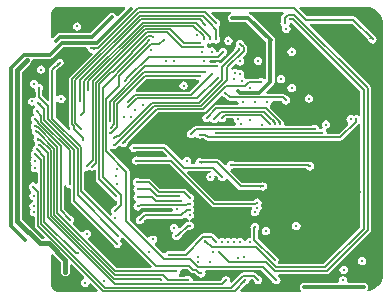
<source format=gbr>
%TF.GenerationSoftware,Altium Limited,Altium Designer,24.8.2 (39)*%
G04 Layer_Physical_Order=3*
G04 Layer_Color=16440176*
%FSLAX45Y45*%
%MOMM*%
%TF.SameCoordinates,B03309B8-0E9A-45A2-8570-9956D1A1A338*%
%TF.FilePolarity,Positive*%
%TF.FileFunction,Copper,L3,Inr,Signal*%
%TF.Part,CustomerPanel*%
G01*
G75*
%TA.AperFunction,Conductor*%
%ADD36C,0.15000*%
%ADD37C,0.30000*%
%ADD39C,0.40000*%
%ADD40C,0.20000*%
%TA.AperFunction,ViaPad*%
%ADD44C,0.30000*%
G36*
X2271785Y3692193D02*
X2208675Y3629083D01*
X2200560Y3630152D01*
X2191592Y3633213D01*
X2185233Y3642729D01*
X2173656Y3650465D01*
X2160000Y3653181D01*
X2146343Y3650465D01*
X2134766Y3642729D01*
X1977101Y3485064D01*
X1716881D01*
X1703225Y3482348D01*
X1691648Y3474612D01*
X1658942Y3441906D01*
X1652042Y3442997D01*
X1643942Y3447289D01*
Y3649989D01*
X1643943Y3649996D01*
X1644023D01*
X1648284Y3671417D01*
X1660418Y3689576D01*
X1678578Y3701710D01*
X1699999Y3705971D01*
Y3706051D01*
X2266044D01*
X2271785Y3692193D01*
D02*
G37*
G36*
X3627529Y3591119D02*
X3627979Y3584226D01*
X3628249Y3582384D01*
X3628579Y3580771D01*
X3628969Y3579385D01*
X3629419Y3578227D01*
X3629929Y3577297D01*
X3630499Y3576595D01*
X3609500Y3576591D01*
X3610069Y3577293D01*
X3610579Y3578223D01*
X3611029Y3579381D01*
X3611419Y3580767D01*
X3611749Y3582381D01*
X3612019Y3584223D01*
X3612379Y3588590D01*
X3612499Y3593869D01*
X3627498Y3593872D01*
X3627529Y3591119D01*
D02*
G37*
G36*
X3029256Y3591382D02*
X3035906Y3585635D01*
X3037261Y3584694D01*
X3038494Y3583950D01*
X3039604Y3583405D01*
X3040591Y3583057D01*
X3041455Y3582907D01*
X3025563Y3569179D01*
X3025530Y3570095D01*
X3025286Y3571128D01*
X3024833Y3572279D01*
X3024170Y3573546D01*
X3023297Y3574930D01*
X3022214Y3576430D01*
X3019419Y3579783D01*
X3015784Y3583603D01*
X3027287Y3593314D01*
X3029256Y3591382D01*
D02*
G37*
G36*
X2937478Y3578165D02*
X2942670Y3573609D01*
X2944163Y3572498D01*
X2945538Y3571590D01*
X2946794Y3570886D01*
X2947931Y3570385D01*
X2948949Y3570088D01*
X2949848Y3569995D01*
X2934999Y3555146D01*
X2934906Y3556045D01*
X2934609Y3557063D01*
X2934108Y3558200D01*
X2933404Y3559456D01*
X2932496Y3560831D01*
X2931385Y3562324D01*
X2928551Y3565667D01*
X2924903Y3569485D01*
X2935509Y3580091D01*
X2937478Y3578165D01*
D02*
G37*
G36*
X3047525Y3455228D02*
X3047974Y3448335D01*
X3048244Y3446493D01*
X3048574Y3444879D01*
X3048964Y3443493D01*
X3049415Y3442335D01*
X3049924Y3441405D01*
X3050494Y3440703D01*
X3029495D01*
X3030065Y3441405D01*
X3030574Y3442335D01*
X3031024Y3443493D01*
X3031415Y3444879D01*
X3031745Y3446493D01*
X3032015Y3448335D01*
X3032374Y3452702D01*
X3032494Y3457981D01*
X3047495D01*
X3047525Y3455228D01*
D02*
G37*
G36*
X4364585Y3446533D02*
X4349736Y3431684D01*
X4349631Y3431923D01*
X4349315Y3432360D01*
X4348786Y3432994D01*
X4344553Y3437511D01*
X4339152Y3442975D01*
X4353294Y3457117D01*
X4364585Y3446533D01*
D02*
G37*
G36*
X2596940Y3414021D02*
X2596041Y3413927D01*
X2595022Y3413630D01*
X2593885Y3413130D01*
X2592630Y3412425D01*
X2591255Y3411517D01*
X2589762Y3410406D01*
X2586419Y3407573D01*
X2582601Y3403924D01*
X2571995Y3414531D01*
X2573920Y3416499D01*
X2578476Y3421691D01*
X2579588Y3423185D01*
X2580496Y3424559D01*
X2581200Y3425815D01*
X2581700Y3426952D01*
X2581997Y3427970D01*
X2582091Y3428870D01*
X2596940Y3414021D01*
D02*
G37*
G36*
X2473130Y3408625D02*
X2472230Y3408531D01*
X2471212Y3408234D01*
X2470075Y3407734D01*
X2468819Y3407030D01*
X2467445Y3406121D01*
X2465951Y3405010D01*
X2462609Y3402177D01*
X2458791Y3398528D01*
X2448184Y3409135D01*
X2450110Y3411103D01*
X2454666Y3416295D01*
X2455777Y3417789D01*
X2456685Y3419163D01*
X2457390Y3420419D01*
X2457890Y3421556D01*
X2458187Y3422574D01*
X2458281Y3423474D01*
X2473130Y3408625D01*
D02*
G37*
G36*
X4340436Y3700909D02*
X4378117Y3685301D01*
X4410475Y3660472D01*
X4435304Y3628114D01*
X4450912Y3590433D01*
X4456163Y3550543D01*
X4456054Y3549996D01*
Y1449996D01*
X4456163Y1449448D01*
X4450912Y1409559D01*
X4435304Y1371877D01*
X4410475Y1339520D01*
X4378117Y1314691D01*
X4340436Y1299082D01*
X4323542Y1296858D01*
X4317349Y1306475D01*
X4316061Y1311003D01*
X4322968Y1321339D01*
X4325684Y1334996D01*
X4322968Y1348652D01*
X4315232Y1360229D01*
X4303655Y1367965D01*
X4289999Y1370681D01*
X4276342Y1367965D01*
X4275891Y1367663D01*
X4158838D01*
X4149226Y1382663D01*
X4150684Y1389996D01*
X4147968Y1403652D01*
X4140232Y1415229D01*
X4128655Y1422965D01*
X4114998Y1425681D01*
X4101342Y1422965D01*
X4089765Y1415229D01*
X4082029Y1403652D01*
X4079313Y1389996D01*
X4080771Y1382663D01*
X4071159Y1367663D01*
X3785516D01*
X3771860Y1364947D01*
X3760283Y1357211D01*
X3752547Y1345634D01*
X3749830Y1331978D01*
X3752547Y1318321D01*
X3758815Y1308940D01*
X3756323Y1300275D01*
X3752446Y1293940D01*
X3252029D01*
X3246289Y1307798D01*
X3286381Y1347890D01*
X3288931Y1348879D01*
X3292285Y1352083D01*
X3294611Y1354055D01*
X3295068Y1354396D01*
X3295092Y1354411D01*
X3295120Y1354424D01*
X3295137Y1354441D01*
X3295278Y1354534D01*
X3295846Y1354853D01*
X3296365Y1355511D01*
X3302120Y1356656D01*
X3313698Y1364392D01*
X3321433Y1375969D01*
X3324150Y1389625D01*
X3324130Y1389724D01*
X3333646Y1401320D01*
X3349022D01*
X3353263Y1397079D01*
X3354252Y1394529D01*
X3357457Y1391175D01*
X3359428Y1388849D01*
X3359769Y1388392D01*
X3359784Y1388368D01*
X3359797Y1388339D01*
X3359814Y1388323D01*
X3359907Y1388182D01*
X3360226Y1387613D01*
X3360885Y1387095D01*
X3362029Y1381339D01*
X3369765Y1369762D01*
X3381342Y1362026D01*
X3394999Y1359310D01*
X3408655Y1362026D01*
X3420232Y1369762D01*
X3427968Y1381339D01*
X3430684Y1394996D01*
X3427968Y1408652D01*
X3420232Y1420229D01*
X3408655Y1427965D01*
X3402899Y1429110D01*
X3402381Y1429768D01*
X3401813Y1430087D01*
X3401672Y1430180D01*
X3401655Y1430197D01*
X3401626Y1430210D01*
X3401601Y1430227D01*
X3401292Y1430456D01*
X3397196Y1434051D01*
X3395649Y1435564D01*
X3393031Y1436616D01*
X3380462Y1449184D01*
X3371366Y1455262D01*
X3360636Y1457397D01*
X3268962D01*
X3258233Y1455263D01*
X3249136Y1449184D01*
X3171299Y1371348D01*
X3158685Y1379947D01*
X3160684Y1389996D01*
X3157968Y1403652D01*
X3150232Y1415229D01*
X3138655Y1422965D01*
X3124999Y1425681D01*
X3111342Y1422965D01*
X3099765Y1415229D01*
X3092029Y1403652D01*
X3090885Y1397897D01*
X3090226Y1397378D01*
X3089908Y1396810D01*
X3089814Y1396669D01*
X3089797Y1396652D01*
X3089784Y1396623D01*
X3089768Y1396598D01*
X3089538Y1396289D01*
X3085943Y1392193D01*
X3084430Y1390646D01*
X3083379Y1388028D01*
X3078985Y1383635D01*
X2850008D01*
X2840684Y1394996D01*
X2837968Y1408652D01*
X2830232Y1420229D01*
X2818655Y1427965D01*
X2804998Y1430681D01*
X2791342Y1427965D01*
X2786463Y1424705D01*
X2785631Y1424804D01*
X2785002Y1424627D01*
X2784834Y1424593D01*
X2784812Y1424593D01*
X2784783Y1424582D01*
X2784758Y1424577D01*
X2784375Y1424521D01*
X2778939Y1424166D01*
X2776771Y1424142D01*
X2774177Y1423034D01*
X2728311D01*
X2725974Y1425934D01*
X2726936Y1444617D01*
X2734672Y1456194D01*
X2737388Y1469851D01*
X2737083Y1471383D01*
X2749394Y1486383D01*
X2798959D01*
X2827640Y1457702D01*
X2836736Y1451624D01*
X2847466Y1449490D01*
X2862131D01*
X2878582Y1433039D01*
X2887678Y1426961D01*
X2888390Y1426819D01*
X2889765Y1424762D01*
X2901342Y1417026D01*
X2914999Y1414310D01*
X2928655Y1417026D01*
X2940232Y1424762D01*
X2947968Y1436339D01*
X2950684Y1449996D01*
X2948298Y1461990D01*
X2949108Y1465317D01*
X2957096Y1476990D01*
X3424533D01*
X3508263Y1393260D01*
X3509252Y1390710D01*
X3512457Y1387356D01*
X3514429Y1385030D01*
X3514769Y1384573D01*
X3514785Y1384548D01*
X3514797Y1384520D01*
X3514814Y1384504D01*
X3514908Y1384362D01*
X3515226Y1383794D01*
X3515885Y1383276D01*
X3517030Y1377520D01*
X3524765Y1365943D01*
X3536342Y1358207D01*
X3549999Y1355491D01*
X3563655Y1358207D01*
X3575232Y1365943D01*
X3582968Y1377520D01*
X3585684Y1391177D01*
X3582968Y1404833D01*
X3575232Y1416410D01*
X3563655Y1424146D01*
X3563016Y1426957D01*
X3574991Y1441957D01*
X3978258D01*
X3988988Y1444092D01*
X3998085Y1450170D01*
X4344825Y1796910D01*
X4350903Y1806006D01*
X4353037Y1816736D01*
Y3017475D01*
X4350903Y3028205D01*
X4344825Y3037301D01*
X3831576Y3550550D01*
X3837316Y3564408D01*
X4188604D01*
X4322725Y3430287D01*
X4323755Y3427758D01*
X4328956Y3422496D01*
X4331357Y3419934D01*
X4331766Y3417878D01*
X4339502Y3406300D01*
X4351079Y3398565D01*
X4364735Y3395848D01*
X4378392Y3398565D01*
X4389969Y3406300D01*
X4397704Y3417878D01*
X4400421Y3431534D01*
X4397704Y3445190D01*
X4389969Y3456768D01*
X4378392Y3464503D01*
X4376712Y3464837D01*
X4368099Y3472911D01*
X4365719Y3473808D01*
X4222902Y3616624D01*
X4212979Y3623255D01*
X4201274Y3625584D01*
X4201272Y3625583D01*
X3812669D01*
X3746059Y3692193D01*
X3751799Y3706051D01*
X4299999D01*
X4300546Y3706160D01*
X4340436Y3700909D01*
D02*
G37*
G36*
X2897297Y3390835D02*
X2896579Y3391329D01*
X2895635Y3391772D01*
X2894464Y3392163D01*
X2893066Y3392501D01*
X2891441Y3392788D01*
X2887510Y3393204D01*
X2882672Y3393413D01*
X2879913Y3393438D01*
X2878453Y3408439D01*
X2881204Y3408472D01*
X2888067Y3408970D01*
X2889891Y3409269D01*
X2891484Y3409635D01*
X2892845Y3410067D01*
X2893974Y3410565D01*
X2894872Y3411130D01*
X2895538Y3411761D01*
X2897297Y3390835D01*
D02*
G37*
G36*
X3256159Y3394309D02*
X3256456Y3393291D01*
X3256957Y3392154D01*
X3257661Y3390898D01*
X3258569Y3389523D01*
X3259680Y3388030D01*
X3262514Y3384687D01*
X3266162Y3380870D01*
X3255555Y3370263D01*
X3253587Y3372189D01*
X3248395Y3376745D01*
X3246902Y3377856D01*
X3245527Y3378764D01*
X3244271Y3379468D01*
X3243134Y3379969D01*
X3242116Y3380266D01*
X3241217Y3380359D01*
X3256066Y3395208D01*
X3256159Y3394309D01*
D02*
G37*
G36*
X1995954Y3365400D02*
X1996486Y3365316D01*
X1997309Y3365241D01*
X2003496Y3365041D01*
X2011179Y3364996D01*
Y3344996D01*
X1995711Y3344496D01*
Y3365495D01*
X1995954Y3365400D01*
D02*
G37*
G36*
X3237058Y3332627D02*
X3236248Y3332430D01*
X3235308Y3332041D01*
X3234240Y3331457D01*
X3233042Y3330680D01*
X3231716Y3329709D01*
X3228675Y3327186D01*
X3225118Y3323888D01*
X3223146Y3321948D01*
X3210772Y3330788D01*
X3212693Y3332757D01*
X3217157Y3337965D01*
X3218214Y3339467D01*
X3219054Y3340852D01*
X3219678Y3342120D01*
X3220087Y3343271D01*
X3220279Y3344305D01*
X3220255Y3345222D01*
X3237058Y3332627D01*
D02*
G37*
G36*
X3099849Y3309996D02*
X3098949Y3309903D01*
X3097931Y3309606D01*
X3096794Y3309105D01*
X3095538Y3308401D01*
X3094163Y3307493D01*
X3092670Y3306382D01*
X3089328Y3303548D01*
X3085510Y3299900D01*
X3074903Y3310507D01*
X3076829Y3312475D01*
X3081385Y3317667D01*
X3082496Y3319160D01*
X3083404Y3320535D01*
X3084108Y3321791D01*
X3084609Y3322928D01*
X3084906Y3323946D01*
X3084999Y3324846D01*
X3099849Y3309996D01*
D02*
G37*
G36*
X1714848Y3219996D02*
X1713949Y3219903D01*
X1712931Y3219606D01*
X1711794Y3219105D01*
X1710538Y3218401D01*
X1709163Y3217493D01*
X1707670Y3216382D01*
X1704328Y3213548D01*
X1700510Y3209900D01*
X1689903Y3220507D01*
X1691829Y3222475D01*
X1696385Y3227667D01*
X1697496Y3229160D01*
X1698404Y3230535D01*
X1699108Y3231791D01*
X1699609Y3232928D01*
X1699906Y3233946D01*
X1699999Y3234845D01*
X1714848Y3219996D01*
D02*
G37*
G36*
X3168597Y3649408D02*
X3161342Y3647965D01*
X3149765Y3640229D01*
X3142029Y3628652D01*
X3139313Y3614996D01*
X3142029Y3601339D01*
X3149765Y3589762D01*
X3161342Y3582026D01*
X3174998Y3579310D01*
X3295219D01*
X3464313Y3410216D01*
Y3098800D01*
X3449313Y3094250D01*
X3449134Y3094518D01*
X3437556Y3102253D01*
X3423900Y3104970D01*
X3410244Y3102253D01*
X3406430Y3099705D01*
X3406212Y3099777D01*
X3405876Y3099751D01*
X3405433Y3099813D01*
X3404912Y3099678D01*
X3398170Y3099163D01*
X3396128Y3099142D01*
X3393527Y3098034D01*
X3319998D01*
X3309269Y3095900D01*
X3307659Y3094824D01*
X3289719Y3097388D01*
X3287866Y3098729D01*
X3287088Y3099895D01*
X3280070Y3104584D01*
X3275526Y3109449D01*
X3275640Y3122899D01*
X3278089Y3126564D01*
X3280806Y3140221D01*
X3278089Y3153877D01*
X3270354Y3165454D01*
X3258777Y3173190D01*
X3245120Y3175906D01*
X3231464Y3173190D01*
X3223694Y3167998D01*
X3221755Y3170899D01*
X3210178Y3178635D01*
X3196521Y3181352D01*
X3182865Y3178635D01*
X3178037Y3175409D01*
X3177113Y3175800D01*
X3168086Y3186800D01*
X3202628Y3221342D01*
X3216633Y3219963D01*
X3228210Y3212228D01*
X3241867Y3209511D01*
X3255523Y3212228D01*
X3267100Y3219963D01*
X3274836Y3231540D01*
X3277552Y3245197D01*
X3274836Y3258853D01*
X3267100Y3270430D01*
X3265721Y3284435D01*
X3292304Y3311018D01*
X3298382Y3320114D01*
X3300516Y3330844D01*
Y3363948D01*
X3298382Y3374677D01*
X3292304Y3383774D01*
X3282802Y3393275D01*
X3281813Y3395825D01*
X3278608Y3399179D01*
X3276637Y3401505D01*
X3276296Y3401962D01*
X3276280Y3401987D01*
X3276268Y3402015D01*
X3276251Y3402031D01*
X3276158Y3402173D01*
X3275839Y3402741D01*
X3275180Y3403259D01*
X3274036Y3409015D01*
X3266300Y3420592D01*
X3254723Y3428328D01*
X3241066Y3431044D01*
X3227410Y3428328D01*
X3215833Y3420592D01*
X3208097Y3409015D01*
X3205381Y3395358D01*
X3208097Y3381702D01*
X3212783Y3374690D01*
X3209848Y3372729D01*
X3202113Y3361152D01*
X3200210Y3351587D01*
X3200064Y3351291D01*
X3200048Y3351268D01*
X3196710Y3347375D01*
X3195271Y3345899D01*
X3194628Y3344289D01*
X3193157Y3343371D01*
X3192810Y3341871D01*
X3080636Y3229697D01*
X3075232Y3230230D01*
X3063655Y3237965D01*
X3049998Y3240681D01*
X3036342Y3237965D01*
X3031463Y3234705D01*
X3030631Y3234804D01*
X3030002Y3234627D01*
X3029834Y3234592D01*
X3029812Y3234593D01*
X3029783Y3234582D01*
X3029758Y3234577D01*
X3029375Y3234521D01*
X3023939Y3234166D01*
X3021771Y3234142D01*
X3019177Y3233034D01*
X2989013D01*
X2980498Y3245267D01*
X2987072Y3257100D01*
X3060142D01*
X3070872Y3259235D01*
X3079968Y3265312D01*
X3097915Y3283260D01*
X3100465Y3284249D01*
X3103819Y3287454D01*
X3106145Y3289425D01*
X3106603Y3289766D01*
X3106627Y3289782D01*
X3106655Y3289794D01*
X3106671Y3289811D01*
X3106813Y3289905D01*
X3107381Y3290223D01*
X3107900Y3290882D01*
X3113655Y3292026D01*
X3125232Y3299762D01*
X3132968Y3311339D01*
X3135684Y3324996D01*
X3132968Y3338652D01*
X3125232Y3350229D01*
X3113655Y3357965D01*
X3099999Y3360681D01*
X3086342Y3357965D01*
X3074765Y3350229D01*
X3067029Y3338652D01*
X3065885Y3332897D01*
X3065226Y3332378D01*
X3064908Y3331810D01*
X3064814Y3331669D01*
X3064797Y3331652D01*
X3064784Y3331623D01*
X3064768Y3331598D01*
X3064538Y3331289D01*
X3060943Y3327193D01*
X3059430Y3325647D01*
X3044508Y3324102D01*
X3041678Y3325615D01*
X3040658Y3327467D01*
X3037941Y3341123D01*
X3030206Y3352701D01*
X3018628Y3360436D01*
X3004972Y3363153D01*
X2991316Y3360436D01*
X2981211Y3353685D01*
X2975650Y3355490D01*
X2967397Y3361121D01*
X2968145Y3364882D01*
X2965428Y3378538D01*
X2971734Y3396100D01*
X2975644Y3397493D01*
X2976342Y3397026D01*
X2989999Y3394310D01*
X3003655Y3397026D01*
X3014993Y3404602D01*
X3026338Y3397022D01*
X3039994Y3394305D01*
X3053651Y3397022D01*
X3065228Y3404757D01*
X3072964Y3416335D01*
X3075680Y3429991D01*
X3072964Y3443647D01*
X3069704Y3448527D01*
X3069803Y3449359D01*
X3069626Y3449988D01*
X3069591Y3450155D01*
X3069592Y3450178D01*
X3069581Y3450206D01*
X3069576Y3450232D01*
X3069520Y3450614D01*
X3069165Y3456050D01*
X3069141Y3458217D01*
X3068033Y3460812D01*
Y3513681D01*
X3065899Y3524411D01*
X3065735Y3524656D01*
X3065745Y3542704D01*
X3073481Y3554281D01*
X3076198Y3567937D01*
X3073481Y3581594D01*
X3065745Y3593171D01*
X3054168Y3600906D01*
X3050270Y3601682D01*
X3050136Y3601863D01*
X3050061Y3602014D01*
X3049963Y3602098D01*
X3049678Y3602485D01*
X3049210Y3602767D01*
X3049153Y3602833D01*
X3049062Y3602877D01*
X3043929Y3607314D01*
X3042446Y3608768D01*
X3039821Y3609826D01*
X2999097Y3650550D01*
X3004837Y3664408D01*
X3167120D01*
X3168597Y3649408D01*
D02*
G37*
G36*
X3039286Y3194496D02*
X3038584Y3195066D01*
X3037654Y3195576D01*
X3036496Y3196026D01*
X3035110Y3196416D01*
X3033497Y3196746D01*
X3031655Y3197016D01*
X3027287Y3197376D01*
X3022008Y3197496D01*
Y3212495D01*
X3024762Y3212526D01*
X3031655Y3212976D01*
X3033497Y3213246D01*
X3035110Y3213575D01*
X3036496Y3213966D01*
X3037654Y3214416D01*
X3038584Y3214925D01*
X3039286Y3215496D01*
Y3194496D01*
D02*
G37*
G36*
X2183950Y3159683D02*
X2183344Y3159627D01*
X2182582Y3159357D01*
X2181665Y3158874D01*
X2180592Y3158178D01*
X2179364Y3157268D01*
X2176441Y3154809D01*
X2170891Y3149519D01*
X2160284Y3160126D01*
X2162261Y3162131D01*
X2168943Y3169827D01*
X2169639Y3170900D01*
X2170122Y3171817D01*
X2170392Y3172579D01*
X2170448Y3173185D01*
X2183950Y3159683D01*
D02*
G37*
G36*
X2934286Y3144496D02*
X2933584Y3145066D01*
X2932654Y3145576D01*
X2931496Y3146026D01*
X2930110Y3146416D01*
X2928497Y3146746D01*
X2926655Y3147016D01*
X2922287Y3147376D01*
X2917008Y3147496D01*
Y3162496D01*
X2919762Y3162526D01*
X2926655Y3162976D01*
X2928497Y3163246D01*
X2930110Y3163576D01*
X2931496Y3163966D01*
X2932654Y3164416D01*
X2933584Y3164926D01*
X2934286Y3165496D01*
Y3144496D01*
D02*
G37*
G36*
X3005949Y3122084D02*
X3005050Y3121991D01*
X3004032Y3121694D01*
X3002895Y3121193D01*
X3001639Y3120489D01*
X3000264Y3119581D01*
X2998771Y3118470D01*
X2995428Y3115636D01*
X2991610Y3111988D01*
X2981004Y3122595D01*
X2982930Y3124563D01*
X2987486Y3129755D01*
X2988597Y3131248D01*
X2989505Y3132623D01*
X2990209Y3133879D01*
X2990710Y3135016D01*
X2991007Y3136034D01*
X2991100Y3136934D01*
X3005949Y3122084D01*
D02*
G37*
G36*
X2894286Y3109496D02*
X2893584Y3110066D01*
X2892654Y3110576D01*
X2891496Y3111026D01*
X2890110Y3111416D01*
X2888497Y3111746D01*
X2886655Y3112016D01*
X2882287Y3112376D01*
X2877008Y3112496D01*
Y3127496D01*
X2879762Y3127526D01*
X2886655Y3127976D01*
X2888497Y3128246D01*
X2890110Y3128576D01*
X2891496Y3128966D01*
X2892654Y3129416D01*
X2893584Y3129926D01*
X2894286Y3130496D01*
Y3109496D01*
D02*
G37*
G36*
X2182213Y3103264D02*
X2181313Y3103171D01*
X2180295Y3102874D01*
X2179158Y3102373D01*
X2177902Y3101669D01*
X2176528Y3100761D01*
X2175035Y3099650D01*
X2171692Y3096816D01*
X2167874Y3093168D01*
X2157267Y3103774D01*
X2159193Y3105743D01*
X2163749Y3110935D01*
X2164861Y3112428D01*
X2165769Y3113803D01*
X2166473Y3115059D01*
X2166973Y3116195D01*
X2167270Y3117214D01*
X2167364Y3118113D01*
X2182213Y3103264D01*
D02*
G37*
G36*
X2290094Y3094485D02*
X2288168Y3092516D01*
X2283612Y3087324D01*
X2282501Y3085831D01*
X2281593Y3084456D01*
X2280889Y3083200D01*
X2280388Y3082063D01*
X2280091Y3081045D01*
X2279998Y3080146D01*
X2265149Y3094995D01*
X2266048Y3095088D01*
X2267066Y3095385D01*
X2268203Y3095886D01*
X2269459Y3096590D01*
X2270834Y3097498D01*
X2272327Y3098609D01*
X2275670Y3101443D01*
X2279487Y3105091D01*
X2290094Y3094485D01*
D02*
G37*
G36*
X3052406Y3089053D02*
X3051506Y3088960D01*
X3050488Y3088663D01*
X3049351Y3088162D01*
X3048096Y3087458D01*
X3046721Y3086550D01*
X3045228Y3085439D01*
X3041885Y3082605D01*
X3038067Y3078957D01*
X3027461Y3089563D01*
X3029386Y3091532D01*
X3033942Y3096724D01*
X3035054Y3098217D01*
X3035962Y3099592D01*
X3036666Y3100847D01*
X3037166Y3101984D01*
X3037463Y3103003D01*
X3037557Y3103902D01*
X3052406Y3089053D01*
D02*
G37*
G36*
X3412702Y3059304D02*
X3412018Y3059911D01*
X3411104Y3060453D01*
X3409961Y3060932D01*
X3408588Y3061347D01*
X3406985Y3061698D01*
X3405152Y3061985D01*
X3400798Y3062368D01*
X3395524Y3062496D01*
X3396347Y3077495D01*
X3399103Y3077523D01*
X3407859Y3078192D01*
X3409481Y3078498D01*
X3410876Y3078860D01*
X3412043Y3079278D01*
X3412984Y3079751D01*
X3413698Y3080280D01*
X3412702Y3059304D01*
D02*
G37*
G36*
X2226213Y3062266D02*
X2226663Y3055373D01*
X2226933Y3053531D01*
X2227263Y3051917D01*
X2227653Y3050531D01*
X2228103Y3049373D01*
X2228613Y3048443D01*
X2229183Y3047741D01*
X2208183D01*
X2208753Y3048443D01*
X2209263Y3049373D01*
X2209713Y3050531D01*
X2210103Y3051917D01*
X2210433Y3053531D01*
X2210703Y3055373D01*
X2211063Y3059740D01*
X2211183Y3065019D01*
X2226182D01*
X2226213Y3062266D01*
D02*
G37*
G36*
X2218533Y3022030D02*
X2217633Y3021936D01*
X2216615Y3021639D01*
X2215478Y3021139D01*
X2214222Y3020435D01*
X2212847Y3019527D01*
X2211354Y3018415D01*
X2208012Y3015582D01*
X2204194Y3011934D01*
X2193587Y3022540D01*
X2195513Y3024508D01*
X2200069Y3029701D01*
X2201180Y3031194D01*
X2202088Y3032568D01*
X2202792Y3033824D01*
X2203293Y3034961D01*
X2203590Y3035979D01*
X2203683Y3036879D01*
X2218533Y3022030D01*
D02*
G37*
G36*
X1967528Y3023440D02*
X1967978Y3016548D01*
X1968248Y3014706D01*
X1968578Y3013092D01*
X1968968Y3011706D01*
X1969418Y3010548D01*
X1969928Y3009618D01*
X1970498Y3008916D01*
X1949498D01*
X1950068Y3009618D01*
X1950578Y3010548D01*
X1951028Y3011706D01*
X1951419Y3013092D01*
X1951748Y3014706D01*
X1952018Y3016548D01*
X1952378Y3020915D01*
X1952499Y3026194D01*
X1967498D01*
X1967528Y3023440D01*
D02*
G37*
G36*
X1549928Y3008580D02*
X1549418Y3007650D01*
X1548968Y3006492D01*
X1548578Y3005106D01*
X1548248Y3003493D01*
X1547978Y3001651D01*
X1547618Y2997283D01*
X1547498Y2992004D01*
X1532498D01*
X1532468Y2994758D01*
X1532018Y3001651D01*
X1531748Y3003493D01*
X1531418Y3005106D01*
X1531028Y3006492D01*
X1530578Y3007650D01*
X1530068Y3008580D01*
X1529498Y3009282D01*
X1550498D01*
X1549928Y3008580D01*
D02*
G37*
G36*
X2876517Y3090853D02*
X2881152Y3090748D01*
X2884193Y3090498D01*
X2884758Y3090415D01*
X2884784Y3090409D01*
X2884812Y3090398D01*
X2884835Y3090399D01*
X2885001Y3090365D01*
X2885631Y3090188D01*
X2886463Y3090287D01*
X2891342Y3087027D01*
X2894540Y3086390D01*
X2899478Y3070114D01*
X2817397Y2988034D01*
X2365444D01*
X2359230Y3003034D01*
X2448154Y3091957D01*
X2874014D01*
X2876517Y3090853D01*
D02*
G37*
G36*
X3134506Y2978864D02*
X3134803Y2977845D01*
X3135304Y2976709D01*
X3136008Y2975453D01*
X3136916Y2974078D01*
X3138027Y2972585D01*
X3140861Y2969242D01*
X3144509Y2965424D01*
X3133903Y2954818D01*
X3131934Y2956744D01*
X3126742Y2961300D01*
X3125249Y2962411D01*
X3123874Y2963319D01*
X3122618Y2964023D01*
X3121481Y2964524D01*
X3120463Y2964821D01*
X3119564Y2964914D01*
X3134413Y2979763D01*
X3134506Y2978864D01*
D02*
G37*
G36*
X1897528Y2935232D02*
X1897978Y2928340D01*
X1898248Y2926498D01*
X1898578Y2924884D01*
X1898968Y2923498D01*
X1899418Y2922340D01*
X1899928Y2921410D01*
X1900498Y2920708D01*
X1879498D01*
X1880068Y2921410D01*
X1880578Y2922340D01*
X1881028Y2923498D01*
X1881418Y2924884D01*
X1881748Y2926498D01*
X1882018Y2928340D01*
X1882378Y2932707D01*
X1882498Y2937986D01*
X1897498D01*
X1897528Y2935232D01*
D02*
G37*
G36*
X3617478Y2938165D02*
X3622670Y2933609D01*
X3624163Y2932498D01*
X3625538Y2931590D01*
X3626794Y2930886D01*
X3627931Y2930385D01*
X3628949Y2930088D01*
X3629848Y2929995D01*
X3614999Y2915146D01*
X3614906Y2916045D01*
X3614609Y2917064D01*
X3614108Y2918200D01*
X3613404Y2919456D01*
X3612496Y2920831D01*
X3611385Y2922324D01*
X3608551Y2925667D01*
X3604903Y2929485D01*
X3615510Y2940091D01*
X3617478Y2938165D01*
D02*
G37*
G36*
X2316711Y2915599D02*
X2314785Y2913631D01*
X2310229Y2908438D01*
X2309118Y2906945D01*
X2308210Y2905571D01*
X2307506Y2904315D01*
X2307005Y2903178D01*
X2306708Y2902160D01*
X2306615Y2901260D01*
X2291766Y2916109D01*
X2292665Y2916203D01*
X2293683Y2916500D01*
X2294820Y2917000D01*
X2296076Y2917704D01*
X2297451Y2918612D01*
X2298944Y2919724D01*
X2302286Y2922557D01*
X2306104Y2926205D01*
X2316711Y2915599D01*
D02*
G37*
G36*
X1949513Y3356000D02*
X1949313Y3354996D01*
X1952029Y3341339D01*
X1959765Y3329762D01*
X1971342Y3322026D01*
X1984999Y3319310D01*
X1986705Y3319649D01*
X1994095Y3305825D01*
X1802672Y3114403D01*
X1796594Y3105307D01*
X1794460Y3094577D01*
Y2711950D01*
X1796594Y2701220D01*
X1802672Y2692123D01*
X1807331Y2687465D01*
Y2673226D01*
X1808497Y2667363D01*
X1794673Y2659974D01*
X1683037Y2771610D01*
Y2901230D01*
X1685736Y2903301D01*
X1704721Y2901888D01*
X1716298Y2894152D01*
X1729954Y2891435D01*
X1743610Y2894152D01*
X1755188Y2901888D01*
X1762923Y2913465D01*
X1765640Y2927121D01*
X1762923Y2940777D01*
X1755188Y2952355D01*
X1743610Y2960090D01*
X1729954Y2962807D01*
X1716298Y2960090D01*
X1704721Y2952355D01*
X1685736Y2950941D01*
X1683037Y2953012D01*
Y3163382D01*
X1712915Y3193260D01*
X1715465Y3194249D01*
X1718819Y3197454D01*
X1721145Y3199425D01*
X1721603Y3199766D01*
X1721627Y3199782D01*
X1721655Y3199794D01*
X1721671Y3199811D01*
X1721813Y3199904D01*
X1722381Y3200223D01*
X1722900Y3200882D01*
X1728655Y3202026D01*
X1740232Y3209762D01*
X1747968Y3221339D01*
X1750684Y3234996D01*
X1747968Y3248652D01*
X1740232Y3260229D01*
X1728655Y3267965D01*
X1714999Y3270681D01*
X1701342Y3267965D01*
X1689765Y3260229D01*
X1682029Y3248652D01*
X1680885Y3242896D01*
X1680226Y3242378D01*
X1679908Y3241810D01*
X1679814Y3241669D01*
X1679797Y3241652D01*
X1679784Y3241623D01*
X1679768Y3241598D01*
X1679538Y3241289D01*
X1675943Y3237193D01*
X1674430Y3235646D01*
X1673379Y3233028D01*
X1635172Y3194822D01*
X1629094Y3185725D01*
X1626960Y3174995D01*
Y2917285D01*
X1613102Y2911545D01*
X1568036Y2956610D01*
Y2989010D01*
X1569140Y2991513D01*
X1569246Y2996148D01*
X1569496Y2999189D01*
X1569579Y2999754D01*
X1569584Y2999780D01*
X1569595Y2999808D01*
X1569595Y2999831D01*
X1569629Y2999997D01*
X1569806Y3000627D01*
X1569707Y3001459D01*
X1572967Y3006338D01*
X1575684Y3019994D01*
X1572967Y3033651D01*
X1565232Y3045228D01*
X1553654Y3052964D01*
X1539998Y3055680D01*
X1535829Y3054851D01*
X1535684Y3054996D01*
X1532968Y3068652D01*
X1525232Y3080229D01*
X1513655Y3087965D01*
X1499999Y3090681D01*
X1486342Y3087965D01*
X1474765Y3080229D01*
X1467029Y3068652D01*
X1464313Y3054996D01*
X1467029Y3041339D01*
X1474765Y3029762D01*
X1486342Y3022026D01*
X1499998Y3019310D01*
X1507029Y3006338D01*
X1510289Y3001459D01*
X1510190Y3000627D01*
X1510367Y2999998D01*
X1510401Y2999830D01*
X1510401Y2999808D01*
X1510412Y2999779D01*
X1510417Y2999754D01*
X1510473Y2999371D01*
X1510828Y2993935D01*
X1510851Y2991768D01*
X1511959Y2989173D01*
Y2947116D01*
X1506001Y2941847D01*
X1498655Y2937965D01*
X1484999Y2940681D01*
X1471342Y2937965D01*
X1459765Y2930229D01*
X1452029Y2918652D01*
X1449313Y2904996D01*
X1452029Y2891339D01*
X1459765Y2879762D01*
X1471342Y2872027D01*
X1484999Y2869310D01*
X1497655Y2871828D01*
X1499609Y2871075D01*
X1500324Y2870586D01*
X1505543Y2866080D01*
X1503893Y2849424D01*
X1499457Y2846460D01*
X1491721Y2834883D01*
X1489005Y2821227D01*
X1491721Y2807570D01*
X1494806Y2802953D01*
X1495996Y2791336D01*
X1490681Y2784183D01*
X1484765Y2780229D01*
X1477029Y2768652D01*
X1474313Y2754996D01*
X1477029Y2741339D01*
X1480843Y2735632D01*
X1484712Y2720176D01*
X1476977Y2708599D01*
X1474260Y2694943D01*
X1476977Y2681287D01*
X1484614Y2669856D01*
X1481094Y2664588D01*
X1478377Y2650931D01*
X1481094Y2637275D01*
X1488829Y2625698D01*
X1494697Y2621777D01*
X1500031Y2614446D01*
X1498808Y2602986D01*
X1495650Y2598259D01*
X1492933Y2584602D01*
X1495650Y2570946D01*
X1503385Y2559369D01*
X1508032Y2556264D01*
X1506750Y2554345D01*
X1504034Y2540689D01*
X1505521Y2533212D01*
X1495322Y2526397D01*
X1487587Y2514820D01*
X1484870Y2501163D01*
X1487587Y2487507D01*
X1487768Y2487236D01*
X1484765Y2485229D01*
X1477029Y2473652D01*
X1474313Y2459996D01*
X1477029Y2446339D01*
X1484765Y2434762D01*
X1476452Y2422276D01*
X1470471Y2413323D01*
X1467754Y2399667D01*
X1470471Y2386011D01*
X1474605Y2379822D01*
X1479765Y2365229D01*
X1472029Y2353652D01*
X1469313Y2339996D01*
X1472029Y2326339D01*
X1479765Y2314762D01*
X1491342Y2307026D01*
X1504999Y2304310D01*
X1516959Y2306689D01*
X1520425Y2305809D01*
X1531960Y2297876D01*
Y2211032D01*
X1516960Y2206482D01*
X1515410Y2208800D01*
X1503833Y2216536D01*
X1490177Y2219252D01*
X1476521Y2216536D01*
X1464943Y2208800D01*
X1457208Y2197223D01*
X1454491Y2183567D01*
X1457208Y2169910D01*
X1464943Y2158333D01*
X1475900Y2151012D01*
X1476694Y2146469D01*
X1477135Y2135947D01*
X1476435Y2134686D01*
X1469765Y2130229D01*
X1462030Y2118652D01*
X1459313Y2104996D01*
X1462030Y2091339D01*
X1469765Y2079762D01*
X1481343Y2072027D01*
X1490813Y2070143D01*
Y2054849D01*
X1481342Y2052965D01*
X1469765Y2045229D01*
X1462029Y2033652D01*
X1459313Y2019996D01*
X1462029Y2006339D01*
X1469765Y1994762D01*
X1472117Y1993191D01*
X1464529Y1981833D01*
X1461812Y1968177D01*
X1464529Y1954521D01*
X1472264Y1942944D01*
X1483842Y1935208D01*
X1497498Y1932491D01*
X1504460Y1926778D01*
Y1854176D01*
X1506594Y1843446D01*
X1512672Y1834349D01*
X1589284Y1757737D01*
X1583544Y1743879D01*
X1562431D01*
X1395782Y1910529D01*
Y3153082D01*
X1468257Y3225557D01*
X1477098Y3238789D01*
X1480203Y3254396D01*
X1480159Y3254615D01*
X1489675Y3266210D01*
X1631898D01*
X1645555Y3268926D01*
X1657132Y3276662D01*
X1748065Y3367595D01*
X1939997D01*
X1949513Y3356000D01*
D02*
G37*
G36*
X3616551Y3649408D02*
X3600172Y3633030D01*
X3594094Y3623933D01*
X3591960Y3613203D01*
Y3596864D01*
X3590856Y3594362D01*
X3590751Y3589726D01*
X3590500Y3586682D01*
X3590418Y3586122D01*
X3590412Y3586091D01*
X3590402Y3586065D01*
X3590402Y3586044D01*
X3590367Y3585872D01*
X3590190Y3585243D01*
X3590289Y3584411D01*
X3587032Y3579537D01*
X3584316Y3565881D01*
X3587032Y3552224D01*
X3594768Y3540647D01*
X3603019Y3535134D01*
X3602029Y3533652D01*
X3599313Y3519996D01*
X3602029Y3506339D01*
X3609765Y3494762D01*
X3621342Y3487027D01*
X3634999Y3484310D01*
X3648655Y3487027D01*
X3660232Y3494762D01*
X3667968Y3506339D01*
X3670684Y3519996D01*
X3667968Y3533652D01*
X3660232Y3545229D01*
X3661890Y3562162D01*
X3665615Y3565995D01*
X3679272Y3568712D01*
X3681679Y3570320D01*
X4262012Y2989987D01*
Y2791073D01*
X4247012Y2783309D01*
X4241794Y2786795D01*
X4228138Y2789512D01*
X4214482Y2786795D01*
X4204944Y2780422D01*
X4193655Y2787965D01*
X4179998Y2790681D01*
X4166342Y2787965D01*
X4154765Y2780229D01*
X4147029Y2768652D01*
X4144313Y2754996D01*
X4147029Y2741339D01*
X4154765Y2729762D01*
X4157243Y2728106D01*
X4159590Y2709240D01*
X4079293Y2628942D01*
X3982704D01*
X3975684Y2637496D01*
X3972968Y2651152D01*
X3967295Y2659642D01*
X3968376Y2665507D01*
X3970253Y2670053D01*
X3973673Y2675041D01*
X3983655Y2677026D01*
X3995232Y2684762D01*
X4002968Y2696339D01*
X4005684Y2709996D01*
X4002968Y2723652D01*
X3995232Y2735229D01*
X3983655Y2742965D01*
X3969998Y2745681D01*
X3956342Y2742965D01*
X3944765Y2735229D01*
X3937029Y2723652D01*
X3934313Y2709996D01*
X3937029Y2696339D01*
X3942702Y2687849D01*
X3941621Y2681984D01*
X3939743Y2677438D01*
X3936324Y2672450D01*
X3926342Y2670465D01*
X3925350Y2669802D01*
X3920103Y2670766D01*
X3913125Y2673880D01*
X3912142Y2674740D01*
X3910691Y2676147D01*
X3909777Y2677057D01*
X3907968Y2686152D01*
X3900232Y2697729D01*
X3888655Y2705465D01*
X3874999Y2708182D01*
X3861342Y2705465D01*
X3856463Y2702205D01*
X3855631Y2702304D01*
X3855002Y2702127D01*
X3854835Y2702093D01*
X3854812Y2702093D01*
X3854784Y2702082D01*
X3854758Y2702077D01*
X3854376Y2702021D01*
X3848939Y2701666D01*
X3846771Y2701642D01*
X3844177Y2700534D01*
X3627882D01*
X3618366Y2712129D01*
X3618697Y2713794D01*
X3615981Y2727450D01*
X3608245Y2739028D01*
X3605794Y2740666D01*
X3605450Y2741695D01*
X3590817Y2758545D01*
X3587835Y2760034D01*
X3493924Y2853945D01*
X3496688Y2872394D01*
X3500232Y2874762D01*
X3507968Y2886339D01*
X3510684Y2899996D01*
X3510611Y2900362D01*
X3520127Y2911957D01*
X3591710D01*
X3592457Y2911175D01*
X3594428Y2908849D01*
X3594769Y2908392D01*
X3594785Y2908368D01*
X3594797Y2908339D01*
X3594814Y2908323D01*
X3594907Y2908182D01*
X3595226Y2907613D01*
X3595885Y2907095D01*
X3597029Y2901339D01*
X3604765Y2889762D01*
X3616342Y2882026D01*
X3629999Y2879310D01*
X3643655Y2882026D01*
X3655232Y2889762D01*
X3662968Y2901339D01*
X3665684Y2914996D01*
X3662968Y2928652D01*
X3655232Y2940229D01*
X3643655Y2947965D01*
X3637900Y2949110D01*
X3637381Y2949768D01*
X3636813Y2950087D01*
X3636672Y2950180D01*
X3636655Y2950197D01*
X3636626Y2950210D01*
X3636601Y2950227D01*
X3636292Y2950456D01*
X3632196Y2954051D01*
X3630649Y2955564D01*
X3628031Y2956616D01*
X3624825Y2959822D01*
X3615729Y2965900D01*
X3604999Y2968034D01*
X3468102D01*
X3462362Y2981892D01*
X3525232Y3044762D01*
X3532968Y3056340D01*
X3535684Y3069996D01*
Y3411531D01*
X3537919Y3422763D01*
X3535202Y3436419D01*
X3527466Y3447997D01*
X3335234Y3640229D01*
X3323657Y3647965D01*
X3316402Y3649408D01*
X3317879Y3664408D01*
X3610337D01*
X3616551Y3649408D01*
D02*
G37*
G36*
X1551756Y2892871D02*
X1552053Y2891852D01*
X1552554Y2890716D01*
X1553258Y2889460D01*
X1554166Y2888085D01*
X1555277Y2886592D01*
X1558111Y2883249D01*
X1561759Y2879431D01*
X1551152Y2868825D01*
X1549184Y2870751D01*
X1543992Y2875307D01*
X1542499Y2876418D01*
X1541124Y2877326D01*
X1539868Y2878030D01*
X1538731Y2878531D01*
X1537713Y2878828D01*
X1536814Y2878921D01*
X1551663Y2893770D01*
X1551756Y2892871D01*
D02*
G37*
G36*
X1539783Y2820177D02*
X1540080Y2819159D01*
X1540581Y2818022D01*
X1541285Y2816766D01*
X1542193Y2815392D01*
X1543304Y2813898D01*
X1546138Y2810556D01*
X1549786Y2806738D01*
X1539180Y2796131D01*
X1537211Y2798057D01*
X1532019Y2802613D01*
X1530526Y2803724D01*
X1529151Y2804632D01*
X1527895Y2805337D01*
X1526758Y2805837D01*
X1525740Y2806134D01*
X1524841Y2806228D01*
X1539690Y2821077D01*
X1539783Y2820177D01*
D02*
G37*
G36*
X1920384Y2804775D02*
X1918459Y2802806D01*
X1913915Y2797611D01*
X1912811Y2796115D01*
X1911911Y2794737D01*
X1911217Y2793478D01*
X1910727Y2792336D01*
X1910443Y2791313D01*
X1910364Y2790408D01*
X1895257Y2804995D01*
X1896150Y2805103D01*
X1897162Y2805412D01*
X1898294Y2805924D01*
X1899546Y2806638D01*
X1900916Y2807554D01*
X1902407Y2808672D01*
X1905746Y2811515D01*
X1909563Y2815167D01*
X1920384Y2804775D01*
D02*
G37*
G36*
X3115094Y2779485D02*
X3113168Y2777516D01*
X3108612Y2772324D01*
X3107501Y2770831D01*
X3106593Y2769456D01*
X3105889Y2768200D01*
X3105388Y2767064D01*
X3105091Y2766045D01*
X3104998Y2765146D01*
X3090149Y2779995D01*
X3091048Y2780088D01*
X3092066Y2780385D01*
X3093203Y2780886D01*
X3094459Y2781590D01*
X3095834Y2782498D01*
X3097327Y2783609D01*
X3100669Y2786443D01*
X3104487Y2790091D01*
X3115094Y2779485D01*
D02*
G37*
G36*
X2985094D02*
X2983168Y2777516D01*
X2978612Y2772324D01*
X2977501Y2770831D01*
X2976593Y2769456D01*
X2975889Y2768200D01*
X2975388Y2767064D01*
X2975091Y2766045D01*
X2974998Y2765146D01*
X2960149Y2779995D01*
X2961048Y2780088D01*
X2962066Y2780385D01*
X2963203Y2780886D01*
X2964459Y2781590D01*
X2965834Y2782498D01*
X2967327Y2783609D01*
X2970669Y2786443D01*
X2974487Y2790091D01*
X2985094Y2779485D01*
D02*
G37*
G36*
X3050094Y2774485D02*
X3048168Y2772516D01*
X3043612Y2767324D01*
X3042501Y2765831D01*
X3041593Y2764456D01*
X3040889Y2763200D01*
X3040388Y2762064D01*
X3040091Y2761045D01*
X3039998Y2760146D01*
X3025149Y2774995D01*
X3026048Y2775088D01*
X3027066Y2775385D01*
X3028203Y2775886D01*
X3029459Y2776590D01*
X3030834Y2777498D01*
X3032327Y2778609D01*
X3035670Y2781443D01*
X3039487Y2785091D01*
X3050094Y2774485D01*
D02*
G37*
G36*
X2147532Y2766030D02*
X2148042Y2759176D01*
X2148347Y2757357D01*
X2148721Y2755771D01*
X2149162Y2754419D01*
X2149671Y2753299D01*
X2150248Y2752412D01*
X2150893Y2751758D01*
X2130011Y2749537D01*
X2130484Y2750254D01*
X2130907Y2751199D01*
X2131280Y2752370D01*
X2131603Y2753769D01*
X2131877Y2755394D01*
X2132275Y2759327D01*
X2132474Y2764169D01*
X2132499Y2766930D01*
X2147498Y2768781D01*
X2147532Y2766030D01*
D02*
G37*
G36*
X1525091Y2753946D02*
X1525388Y2752928D01*
X1525889Y2751791D01*
X1526593Y2750535D01*
X1527501Y2749161D01*
X1528612Y2747667D01*
X1531446Y2744325D01*
X1535094Y2740507D01*
X1524487Y2729900D01*
X1522519Y2731826D01*
X1517327Y2736382D01*
X1515834Y2737493D01*
X1514459Y2738401D01*
X1513203Y2739106D01*
X1512066Y2739606D01*
X1511048Y2739903D01*
X1510149Y2739997D01*
X1524998Y2754846D01*
X1525091Y2753946D01*
D02*
G37*
G36*
X3544396Y2729345D02*
X3525697Y2722909D01*
X3525961Y2723654D01*
X3525983Y2724536D01*
X3525760Y2725556D01*
X3525293Y2726713D01*
X3524583Y2728008D01*
X3523629Y2729440D01*
X3522431Y2731010D01*
X3519304Y2734562D01*
X3517375Y2736544D01*
X3529329Y2745804D01*
X3544396Y2729345D01*
D02*
G37*
G36*
X3589105Y2727501D02*
X3570448Y2721989D01*
X3570733Y2722686D01*
X3570772Y2723527D01*
X3570564Y2724511D01*
X3570110Y2725638D01*
X3569409Y2726907D01*
X3568462Y2728320D01*
X3567268Y2729876D01*
X3564141Y2733417D01*
X3562208Y2735402D01*
X3574472Y2744351D01*
X3589105Y2727501D01*
D02*
G37*
G36*
X3482478Y2738165D02*
X3487670Y2733609D01*
X3489163Y2732498D01*
X3490538Y2731590D01*
X3491794Y2730886D01*
X3492931Y2730385D01*
X3493949Y2730088D01*
X3494848Y2729995D01*
X3479999Y2715146D01*
X3479906Y2716045D01*
X3479609Y2717063D01*
X3479108Y2718200D01*
X3478404Y2719456D01*
X3477496Y2720831D01*
X3476385Y2722324D01*
X3473551Y2725667D01*
X3469903Y2729485D01*
X3480510Y2740091D01*
X3482478Y2738165D01*
D02*
G37*
G36*
X2173324Y2696254D02*
X2171399Y2694286D01*
X2166843Y2689094D01*
X2165731Y2687600D01*
X2164823Y2686226D01*
X2164119Y2684970D01*
X2163618Y2683833D01*
X2163322Y2682815D01*
X2163228Y2681915D01*
X2148379Y2696764D01*
X2149278Y2696858D01*
X2150297Y2697155D01*
X2151434Y2697656D01*
X2152689Y2698360D01*
X2154064Y2699268D01*
X2155557Y2700379D01*
X2158900Y2703213D01*
X2162718Y2706861D01*
X2173324Y2696254D01*
D02*
G37*
G36*
X1885994Y2697996D02*
X1891193Y2693465D01*
X1892691Y2692367D01*
X1894072Y2691477D01*
X1895334Y2690793D01*
X1896479Y2690315D01*
X1897507Y2690045D01*
X1898417Y2689980D01*
X1884112Y2674606D01*
X1883990Y2675490D01*
X1883668Y2676495D01*
X1883145Y2677621D01*
X1882421Y2678867D01*
X1881496Y2680233D01*
X1880370Y2681720D01*
X1877517Y2685055D01*
X1873861Y2688871D01*
X1884026Y2699920D01*
X1885994Y2697996D01*
D02*
G37*
G36*
X3864286Y2661996D02*
X3863584Y2662566D01*
X3862654Y2663076D01*
X3861496Y2663526D01*
X3860110Y2663916D01*
X3858497Y2664246D01*
X3856655Y2664516D01*
X3852287Y2664876D01*
X3847008Y2664996D01*
Y2679996D01*
X3849762Y2680026D01*
X3856655Y2680476D01*
X3858497Y2680746D01*
X3860110Y2681076D01*
X3861496Y2681466D01*
X3862654Y2681916D01*
X3863584Y2682426D01*
X3864286Y2682996D01*
Y2661996D01*
D02*
G37*
G36*
X2855094Y2644485D02*
X2853168Y2642516D01*
X2848612Y2637324D01*
X2847501Y2635831D01*
X2846593Y2634456D01*
X2845889Y2633200D01*
X2845388Y2632064D01*
X2845091Y2631045D01*
X2844998Y2630146D01*
X2830149Y2644995D01*
X2831048Y2645088D01*
X2832066Y2645385D01*
X2833203Y2645886D01*
X2834459Y2646590D01*
X2835834Y2647498D01*
X2837327Y2648609D01*
X2840669Y2651443D01*
X2844487Y2655091D01*
X2855094Y2644485D01*
D02*
G37*
G36*
X3929286Y2626996D02*
X3928584Y2627566D01*
X3927654Y2628076D01*
X3926496Y2628526D01*
X3925110Y2628916D01*
X3923497Y2629246D01*
X3921655Y2629516D01*
X3917287Y2629876D01*
X3912008Y2629996D01*
Y2644995D01*
X3914762Y2645026D01*
X3921655Y2645476D01*
X3923497Y2645746D01*
X3925110Y2646075D01*
X3926496Y2646466D01*
X3927654Y2646916D01*
X3928584Y2647425D01*
X3929286Y2647996D01*
Y2626996D01*
D02*
G37*
G36*
X3050470Y2647425D02*
X3051400Y2646916D01*
X3052558Y2646466D01*
X3053944Y2646075D01*
X3055557Y2645746D01*
X3057399Y2645476D01*
X3061767Y2645116D01*
X3067046Y2644995D01*
Y2629996D01*
X3064292Y2629966D01*
X3057399Y2629516D01*
X3055557Y2629246D01*
X3053944Y2628916D01*
X3052558Y2628526D01*
X3051400Y2628076D01*
X3050470Y2627566D01*
X3049768Y2626996D01*
Y2647996D01*
X3050470Y2647425D01*
D02*
G37*
G36*
X2911413Y2634926D02*
X2912343Y2634416D01*
X2913501Y2633966D01*
X2914887Y2633576D01*
X2916500Y2633246D01*
X2918342Y2632976D01*
X2922710Y2632616D01*
X2927989Y2632496D01*
Y2617496D01*
X2925235Y2617466D01*
X2918342Y2617016D01*
X2916500Y2616746D01*
X2914887Y2616416D01*
X2913501Y2616026D01*
X2912343Y2615576D01*
X2911413Y2615066D01*
X2910711Y2614496D01*
Y2635496D01*
X2911413Y2634926D01*
D02*
G37*
G36*
X2200429Y2607892D02*
X2198443Y2605883D01*
X2190928Y2597250D01*
X2190408Y2596381D01*
X2190098Y2595675D01*
X2189998Y2595132D01*
X2177848Y2609722D01*
X2178460Y2609727D01*
X2179224Y2609947D01*
X2180140Y2610383D01*
X2181208Y2611036D01*
X2182429Y2611904D01*
X2185326Y2614289D01*
X2188831Y2617539D01*
X2190811Y2619487D01*
X2200429Y2607892D01*
D02*
G37*
G36*
X2277183Y2566206D02*
X2275250Y2564236D01*
X2269489Y2557596D01*
X2268541Y2556245D01*
X2267790Y2555019D01*
X2267237Y2553916D01*
X2266881Y2552936D01*
X2266721Y2552081D01*
X2253211Y2568158D01*
X2254128Y2568180D01*
X2255162Y2568413D01*
X2256313Y2568858D01*
X2257581Y2569513D01*
X2258966Y2570380D01*
X2260467Y2571457D01*
X2263821Y2574246D01*
X2267642Y2577878D01*
X2277183Y2566206D01*
D02*
G37*
G36*
X2202397Y2544954D02*
X2185548Y2530319D01*
X2180032Y2548977D01*
X2180730Y2548692D01*
X2181571Y2548653D01*
X2182555Y2548861D01*
X2183682Y2549315D01*
X2184952Y2550016D01*
X2186365Y2550963D01*
X2187921Y2552157D01*
X2191461Y2555284D01*
X2193446Y2557217D01*
X2202397Y2544954D01*
D02*
G37*
G36*
X3094180Y2954679D02*
X3105757Y2946944D01*
X3111513Y2945799D01*
X3112031Y2945141D01*
X3112599Y2944822D01*
X3112741Y2944729D01*
X3112757Y2944712D01*
X3112786Y2944699D01*
X3112811Y2944682D01*
X3113120Y2944453D01*
X3117217Y2940858D01*
X3118763Y2939345D01*
X3121381Y2938293D01*
X3139505Y2920169D01*
X3148602Y2914091D01*
X3159332Y2911957D01*
X3219870D01*
X3229386Y2900362D01*
X3229313Y2899996D01*
X3231449Y2889257D01*
X3225959Y2878981D01*
X3222062Y2874257D01*
X3041221D01*
X3030491Y2872123D01*
X3021395Y2866045D01*
X2962082Y2806731D01*
X2959532Y2805742D01*
X2956178Y2802538D01*
X2953852Y2800566D01*
X2953394Y2800226D01*
X2953370Y2800210D01*
X2953342Y2800197D01*
X2953326Y2800180D01*
X2953184Y2800087D01*
X2952616Y2799768D01*
X2952097Y2799110D01*
X2946342Y2797965D01*
X2934765Y2790229D01*
X2927029Y2778652D01*
X2924313Y2764996D01*
X2927029Y2751339D01*
X2934765Y2739762D01*
X2946342Y2732027D01*
X2959998Y2729310D01*
X2973655Y2732027D01*
X2985232Y2739762D01*
X2999753Y2734766D01*
X2999880Y2734685D01*
X3011342Y2727027D01*
X3024999Y2724310D01*
X3038655Y2727027D01*
X3050117Y2734685D01*
X3050244Y2734766D01*
X3064765Y2739762D01*
X3076342Y2732027D01*
X3089998Y2729310D01*
X3103655Y2732027D01*
X3115232Y2739762D01*
X3122968Y2751339D01*
X3124112Y2757095D01*
X3124771Y2757613D01*
X3125089Y2758181D01*
X3125183Y2758323D01*
X3125200Y2758339D01*
X3125213Y2758368D01*
X3125229Y2758393D01*
X3125459Y2758702D01*
X3128316Y2761957D01*
X3183599D01*
X3189313Y2754996D01*
X3192029Y2741339D01*
X3199765Y2729762D01*
X3205383Y2726008D01*
X3207799Y2713087D01*
X3197836Y2700534D01*
X2872498D01*
X2861768Y2698400D01*
X2852672Y2692322D01*
X2832082Y2671732D01*
X2829532Y2670742D01*
X2826178Y2667538D01*
X2823852Y2665566D01*
X2823394Y2665226D01*
X2823370Y2665210D01*
X2823342Y2665197D01*
X2823326Y2665180D01*
X2823184Y2665087D01*
X2822616Y2664768D01*
X2822097Y2664110D01*
X2816342Y2662965D01*
X2804765Y2655229D01*
X2797029Y2643652D01*
X2794313Y2629996D01*
X2797029Y2616339D01*
X2804765Y2604762D01*
X2816342Y2597027D01*
X2829998Y2594310D01*
X2843655Y2597027D01*
X2854904Y2604543D01*
X2855287Y2604758D01*
X2872348Y2603379D01*
X2874765Y2599762D01*
X2886342Y2592027D01*
X2899999Y2589310D01*
X2913655Y2592027D01*
X2918534Y2595287D01*
X2919366Y2595188D01*
X2919995Y2595365D01*
X2920163Y2595399D01*
X2920185Y2595398D01*
X2920214Y2595409D01*
X2920239Y2595415D01*
X2920622Y2595471D01*
X2926058Y2595825D01*
X2928226Y2595849D01*
X2930820Y2596957D01*
X2935436D01*
X2951315Y2581078D01*
X2960412Y2575000D01*
X2971142Y2572865D01*
X4090907D01*
X4101637Y2575000D01*
X4110733Y2581078D01*
X4245094Y2715439D01*
X4247012Y2718308D01*
X4262012Y2713758D01*
Y1841079D01*
X3948967Y1528034D01*
X3569063D01*
X3566395Y1531578D01*
X3562419Y1543034D01*
X3567968Y1551339D01*
X3570685Y1564996D01*
X3567968Y1578652D01*
X3560232Y1590229D01*
X3548655Y1597965D01*
X3542900Y1599110D01*
X3542381Y1599768D01*
X3541813Y1600086D01*
X3541672Y1600180D01*
X3541655Y1600197D01*
X3541626Y1600210D01*
X3541602Y1600226D01*
X3541292Y1600456D01*
X3537196Y1604051D01*
X3535650Y1605564D01*
X3533031Y1606616D01*
X3393037Y1746610D01*
Y1815342D01*
X3400302Y1826214D01*
X3403018Y1839870D01*
X3400302Y1853526D01*
X3392566Y1865104D01*
X3380989Y1872839D01*
X3367332Y1875556D01*
X3353676Y1872839D01*
X3342099Y1865104D01*
X3334363Y1853526D01*
X3331647Y1839870D01*
X3334363Y1826214D01*
X3336960Y1822327D01*
Y1760196D01*
X3325365Y1750680D01*
X3324198Y1750912D01*
X3310542Y1748195D01*
X3298964Y1740460D01*
X3291229Y1728882D01*
X3290811Y1726781D01*
X3275517D01*
X3275149Y1728628D01*
X3267414Y1740206D01*
X3255836Y1747941D01*
X3242180Y1750658D01*
X3228524Y1747941D01*
X3217109Y1740314D01*
X3205845Y1747841D01*
X3192188Y1750557D01*
X3178532Y1747841D01*
X3167401Y1740403D01*
X3155978Y1748036D01*
X3142322Y1750752D01*
X3128666Y1748036D01*
X3117303Y1740444D01*
X3106010Y1747990D01*
X3092353Y1750706D01*
X3078697Y1747990D01*
X3067237Y1740332D01*
X3055955Y1747870D01*
X3047250Y1749602D01*
X3044633Y1752219D01*
X3044120Y1754801D01*
X3038042Y1763897D01*
X3022117Y1779822D01*
X3013021Y1785900D01*
X3002291Y1788034D01*
X2933587D01*
X2922858Y1785900D01*
X2913761Y1779822D01*
X2770792Y1636852D01*
X2670983D01*
X2668481Y1637956D01*
X2663846Y1638061D01*
X2660804Y1638312D01*
X2660239Y1638395D01*
X2660213Y1638400D01*
X2660185Y1638411D01*
X2660162Y1638411D01*
X2659996Y1638445D01*
X2659366Y1638622D01*
X2658534Y1638523D01*
X2653655Y1641783D01*
X2639999Y1644500D01*
X2626342Y1641783D01*
X2614765Y1634048D01*
X2607574Y1623286D01*
X2606631Y1622376D01*
X2590979Y1618668D01*
X2519300Y1690347D01*
X2522957Y1707903D01*
X2528784Y1711796D01*
X2536519Y1723373D01*
X2539236Y1737030D01*
X2536519Y1750686D01*
X2528784Y1762263D01*
X2517207Y1769999D01*
X2503550Y1772716D01*
X2489894Y1769999D01*
X2478317Y1762263D01*
X2474423Y1756437D01*
X2456868Y1752779D01*
X2308037Y1901610D01*
Y2309996D01*
X2305903Y2320726D01*
X2299825Y2329822D01*
X2140078Y2489569D01*
X2139507Y2497064D01*
X2139987Y2498640D01*
X2156608Y2504495D01*
X2158184Y2503442D01*
X2171841Y2500725D01*
X2185497Y2503442D01*
X2197074Y2511177D01*
X2198714Y2513631D01*
X2199744Y2513976D01*
X2211206Y2523931D01*
X2222763Y2526995D01*
X2231419Y2524728D01*
X2238109Y2520258D01*
X2251765Y2517542D01*
X2265421Y2520258D01*
X2276999Y2527994D01*
X2284734Y2539571D01*
X2285442Y2543128D01*
X2285801Y2543390D01*
X2285840Y2543409D01*
X2285862Y2543434D01*
X2286257Y2543721D01*
X2286517Y2544147D01*
X2286585Y2544206D01*
X2286659Y2544353D01*
X2291166Y2549547D01*
X2292633Y2551043D01*
X2293692Y2553669D01*
X2551980Y2811957D01*
X2929998D01*
X2940728Y2814091D01*
X2949825Y2820169D01*
X3085218Y2955562D01*
X3094180Y2954679D01*
D02*
G37*
G36*
X1554659Y2543032D02*
X1555172Y2542080D01*
X1555935Y2540930D01*
X1556948Y2539581D01*
X1559725Y2536289D01*
X1565764Y2529862D01*
X1568278Y2527323D01*
X1557486Y2516902D01*
X1555514Y2518821D01*
X1550311Y2523244D01*
X1548814Y2524273D01*
X1547436Y2525079D01*
X1546176Y2525662D01*
X1545035Y2526023D01*
X1544012Y2526162D01*
X1543108Y2526077D01*
X1554396Y2543785D01*
X1554659Y2543032D01*
D02*
G37*
G36*
X1525091Y2458946D02*
X1525388Y2457928D01*
X1525889Y2456791D01*
X1526593Y2455535D01*
X1527501Y2454160D01*
X1528612Y2452667D01*
X1531446Y2449325D01*
X1535094Y2445507D01*
X1524487Y2434900D01*
X1522519Y2436826D01*
X1517327Y2441382D01*
X1515834Y2442493D01*
X1514459Y2443401D01*
X1513203Y2444105D01*
X1512066Y2444606D01*
X1511048Y2444903D01*
X1510149Y2444996D01*
X1524998Y2459845D01*
X1525091Y2458946D01*
D02*
G37*
G36*
X2013038Y2366360D02*
X2011099Y2364389D01*
X2005282Y2357788D01*
X2004313Y2356459D01*
X2003538Y2355258D01*
X2002957Y2354187D01*
X2002569Y2353244D01*
X2002376Y2352429D01*
X1989707Y2369177D01*
X1990624Y2369157D01*
X1991659Y2369353D01*
X1992810Y2369764D01*
X1994078Y2370390D01*
X1995464Y2371233D01*
X1996966Y2372291D01*
X1998585Y2373564D01*
X2002173Y2376758D01*
X2004143Y2378678D01*
X2013038Y2366360D01*
D02*
G37*
G36*
X1973842Y2321372D02*
X1987498Y2318655D01*
X2001154Y2321372D01*
X2008546Y2326310D01*
X2022112Y2320918D01*
X2023546Y2319666D01*
Y2245775D01*
X2025680Y2235045D01*
X2031758Y2225949D01*
X2154725Y2102982D01*
X2155716Y2100430D01*
X2158929Y2097070D01*
X2160923Y2094724D01*
X2161274Y2094255D01*
X2161316Y2094192D01*
X2161341Y2094135D01*
X2161375Y2094104D01*
X2161429Y2094022D01*
X2161758Y2093442D01*
X2162448Y2092904D01*
X2163536Y2087431D01*
X2171272Y2075853D01*
X2182849Y2068118D01*
X2196505Y2065401D01*
X2203467Y2059688D01*
Y2039847D01*
X2187082Y2023461D01*
X2184532Y2022472D01*
X2181178Y2019267D01*
X2178852Y2017296D01*
X2178394Y2016955D01*
X2178370Y2016940D01*
X2178342Y2016927D01*
X2178326Y2016910D01*
X2178184Y2016817D01*
X2177616Y2016498D01*
X2177098Y2015840D01*
X2171342Y2014695D01*
X2159765Y2006959D01*
X2152029Y1995382D01*
X2149313Y1981726D01*
X2152029Y1968069D01*
X2159765Y1956492D01*
X2160720Y1945387D01*
X2159843Y1940236D01*
X2145795Y1938852D01*
X1923037Y2161610D01*
Y2310704D01*
X1938037Y2320489D01*
X1945000Y2319104D01*
X1958657Y2321820D01*
X1965914Y2326669D01*
X1973842Y2321372D01*
D02*
G37*
G36*
X1809064Y2230007D02*
X1809514Y2223115D01*
X1809784Y2221273D01*
X1810114Y2219659D01*
X1810504Y2218273D01*
X1810954Y2217115D01*
X1811464Y2216185D01*
X1812034Y2215483D01*
X1791034D01*
X1791604Y2216185D01*
X1792114Y2217115D01*
X1792564Y2218273D01*
X1792954Y2219659D01*
X1793284Y2221273D01*
X1793554Y2223115D01*
X1793914Y2227482D01*
X1794034Y2232761D01*
X1809034D01*
X1809064Y2230007D01*
D02*
G37*
G36*
X1505270Y2182517D02*
X1505566Y2181499D01*
X1506067Y2180362D01*
X1506771Y2179106D01*
X1507679Y2177731D01*
X1508790Y2176238D01*
X1511624Y2172896D01*
X1515272Y2169078D01*
X1504666Y2158471D01*
X1502698Y2160397D01*
X1497505Y2164953D01*
X1496012Y2166064D01*
X1494637Y2166972D01*
X1493382Y2167676D01*
X1492245Y2168177D01*
X1491226Y2168474D01*
X1490327Y2168567D01*
X1505176Y2183417D01*
X1505270Y2182517D01*
D02*
G37*
G36*
X2183803Y2124207D02*
X2188997Y2119659D01*
X2190492Y2118552D01*
X2191869Y2117649D01*
X2193127Y2116951D01*
X2194267Y2116457D01*
X2195288Y2116168D01*
X2196191Y2116084D01*
X2181506Y2101073D01*
X2181404Y2101968D01*
X2181099Y2102983D01*
X2180591Y2104116D01*
X2179881Y2105369D01*
X2178968Y2106742D01*
X2177852Y2108233D01*
X2175012Y2111574D01*
X2171362Y2115391D01*
X2181834Y2126132D01*
X2183803Y2124207D01*
D02*
G37*
G36*
X2210094Y1996214D02*
X2208168Y1994246D01*
X2203612Y1989054D01*
X2202501Y1987561D01*
X2201593Y1986186D01*
X2200889Y1984930D01*
X2200388Y1983793D01*
X2200091Y1982775D01*
X2199998Y1981876D01*
X2185149Y1996725D01*
X2186048Y1996818D01*
X2187066Y1997115D01*
X2188203Y1997616D01*
X2189459Y1998320D01*
X2190834Y1999228D01*
X2192327Y2000339D01*
X2195669Y2003173D01*
X2199487Y2006821D01*
X2210094Y1996214D01*
D02*
G37*
G36*
X1792905Y1926776D02*
X1798098Y1922220D01*
X1799591Y1921108D01*
X1800966Y1920201D01*
X1802221Y1919496D01*
X1803358Y1918996D01*
X1804377Y1918699D01*
X1805276Y1918605D01*
X1790427Y1903756D01*
X1790333Y1904656D01*
X1790036Y1905674D01*
X1789536Y1906811D01*
X1788832Y1908067D01*
X1787924Y1909441D01*
X1786812Y1910934D01*
X1783979Y1914277D01*
X1780330Y1918095D01*
X1790937Y1928702D01*
X1792905Y1926776D01*
D02*
G37*
G36*
X2196171Y1792987D02*
X2201363Y1788431D01*
X2202857Y1787320D01*
X2204231Y1786411D01*
X2205487Y1785707D01*
X2206624Y1785207D01*
X2207642Y1784910D01*
X2208542Y1784816D01*
X2193693Y1769967D01*
X2193599Y1770867D01*
X2193302Y1771885D01*
X2192802Y1773022D01*
X2192097Y1774278D01*
X2191189Y1775652D01*
X2190078Y1777146D01*
X2187245Y1780488D01*
X2183596Y1784306D01*
X2194203Y1794913D01*
X2196171Y1792987D01*
D02*
G37*
G36*
X2192478Y1723165D02*
X2197670Y1718609D01*
X2199163Y1717498D01*
X2200538Y1716590D01*
X2201793Y1715886D01*
X2202930Y1715385D01*
X2203949Y1715088D01*
X2204848Y1714995D01*
X2189999Y1700145D01*
X2189906Y1701045D01*
X2189609Y1702063D01*
X2189108Y1703200D01*
X2188404Y1704456D01*
X2187496Y1705830D01*
X2186385Y1707324D01*
X2183551Y1710666D01*
X2179903Y1714484D01*
X2190509Y1725091D01*
X2192478Y1723165D01*
D02*
G37*
G36*
X2975263Y1710338D02*
X2965904Y1698484D01*
X2963923Y1700411D01*
X2958793Y1704739D01*
X2957355Y1705695D01*
X2956053Y1706410D01*
X2954886Y1706881D01*
X2953856Y1707109D01*
X2952961Y1707095D01*
X2952202Y1706838D01*
X2958936Y1725540D01*
X2975263Y1710338D01*
D02*
G37*
G36*
X3080091Y1628946D02*
X3080388Y1627928D01*
X3080889Y1626791D01*
X3081593Y1625535D01*
X3082501Y1624161D01*
X3083612Y1622667D01*
X3086446Y1619325D01*
X3090094Y1615507D01*
X3079488Y1604900D01*
X3077519Y1606826D01*
X3072327Y1611382D01*
X3070834Y1612493D01*
X3069459Y1613401D01*
X3068203Y1614105D01*
X3067067Y1614606D01*
X3066048Y1614903D01*
X3065149Y1614997D01*
X3079998Y1629846D01*
X3080091Y1628946D01*
D02*
G37*
G36*
X2651413Y1618744D02*
X2652343Y1618234D01*
X2653501Y1617784D01*
X2654887Y1617394D01*
X2656500Y1617064D01*
X2658342Y1616794D01*
X2662710Y1616434D01*
X2667989Y1616314D01*
Y1601314D01*
X2665235Y1601284D01*
X2658342Y1600834D01*
X2656500Y1600564D01*
X2654887Y1600234D01*
X2653501Y1599844D01*
X2652343Y1599394D01*
X2651413Y1598884D01*
X2650711Y1598314D01*
Y1619314D01*
X2651413Y1618744D01*
D02*
G37*
G36*
X3522478Y1588165D02*
X3527670Y1583609D01*
X3529164Y1582498D01*
X3530538Y1581590D01*
X3531794Y1580886D01*
X3532931Y1580385D01*
X3533949Y1580088D01*
X3534849Y1579995D01*
X3520000Y1565146D01*
X3519906Y1566045D01*
X3519609Y1567063D01*
X3519109Y1568200D01*
X3518404Y1569456D01*
X3517496Y1570831D01*
X3516385Y1572324D01*
X3513552Y1575667D01*
X3509903Y1579485D01*
X3520510Y1590091D01*
X3522478Y1588165D01*
D02*
G37*
G36*
X1768565Y2191114D02*
X1776300Y2179537D01*
X1787878Y2171802D01*
X1801534Y2169085D01*
X1810644Y2161608D01*
Y2066311D01*
X1812778Y2055581D01*
X1818856Y2046485D01*
X2163262Y1702079D01*
X2164251Y1699529D01*
X2167454Y1696177D01*
X2169428Y1693849D01*
X2169766Y1693394D01*
X2169785Y1693366D01*
X2169797Y1693339D01*
X2169813Y1693324D01*
X2169908Y1693181D01*
X2170227Y1692610D01*
X2170885Y1692092D01*
X2172029Y1686339D01*
X2179765Y1674762D01*
X2191342Y1667026D01*
X2204998Y1664310D01*
X2218655Y1667026D01*
X2230232Y1674762D01*
X2237968Y1686339D01*
X2240684Y1699996D01*
X2237968Y1713652D01*
X2230232Y1725229D01*
X2231095Y1742693D01*
X2233925Y1744584D01*
X2236176Y1747952D01*
X2254694Y1750648D01*
X2493595Y1511747D01*
X2487855Y1497889D01*
X2196758D01*
X1957066Y1737581D01*
X1961759Y1754101D01*
X1970232Y1759762D01*
X1977968Y1771339D01*
X1980684Y1784996D01*
X1977968Y1798652D01*
X1970232Y1810229D01*
X1958655Y1817965D01*
X1944998Y1820681D01*
X1931342Y1817965D01*
X1919765Y1810229D01*
X1914104Y1801757D01*
X1897583Y1797063D01*
X1829370Y1865277D01*
X1830660Y1878373D01*
X1838395Y1889950D01*
X1841112Y1903606D01*
X1838395Y1917262D01*
X1830660Y1928840D01*
X1819082Y1936575D01*
X1813329Y1937720D01*
X1812811Y1938377D01*
X1812240Y1938698D01*
X1812099Y1938791D01*
X1812083Y1938808D01*
X1812055Y1938820D01*
X1812026Y1938839D01*
X1811720Y1939067D01*
X1807623Y1942662D01*
X1806077Y1944175D01*
X1803459Y1945226D01*
X1753037Y1995648D01*
Y2192289D01*
X1768037Y2193767D01*
X1768565Y2191114D01*
D02*
G37*
G36*
X2690990Y1459350D02*
X2690288Y1459921D01*
X2689358Y1460430D01*
X2688200Y1460880D01*
X2686814Y1461271D01*
X2685201Y1461601D01*
X2683359Y1461871D01*
X2678991Y1462231D01*
X2673712Y1462351D01*
Y1477350D01*
X2676466Y1477381D01*
X2683359Y1477830D01*
X2685201Y1478100D01*
X2686814Y1478430D01*
X2688200Y1478821D01*
X2689358Y1479271D01*
X2690288Y1479780D01*
X2690990Y1480351D01*
Y1459350D01*
D02*
G37*
G36*
X3382478Y1418165D02*
X3387670Y1413609D01*
X3389163Y1412498D01*
X3390538Y1411590D01*
X3391794Y1410886D01*
X3392931Y1410385D01*
X3393949Y1410088D01*
X3394848Y1409995D01*
X3379999Y1395146D01*
X3379906Y1396045D01*
X3379609Y1397064D01*
X3379108Y1398200D01*
X3378404Y1399456D01*
X3377496Y1400831D01*
X3376385Y1402324D01*
X3373551Y1405667D01*
X3369903Y1409485D01*
X3380510Y1420091D01*
X3382478Y1418165D01*
D02*
G37*
G36*
X3537478Y1414346D02*
X3542670Y1409790D01*
X3544164Y1408679D01*
X3545538Y1407771D01*
X3546794Y1407067D01*
X3547931Y1406566D01*
X3548949Y1406269D01*
X3549849Y1406176D01*
X3535000Y1391327D01*
X3534906Y1392226D01*
X3534609Y1393244D01*
X3534109Y1394381D01*
X3533404Y1395637D01*
X3532496Y1397012D01*
X3531385Y1398505D01*
X3528551Y1401848D01*
X3524903Y1405665D01*
X3535510Y1416272D01*
X3537478Y1414346D01*
D02*
G37*
G36*
X2557686Y1388928D02*
X2557071Y1389606D01*
X2556218Y1390212D01*
X2555129Y1390748D01*
X2553802Y1391211D01*
X2552237Y1391604D01*
X2550436Y1391925D01*
X2548397Y1392175D01*
X2543607Y1392460D01*
X2540856Y1392496D01*
X2543818Y1407496D01*
X2546588Y1407517D01*
X2556993Y1408265D01*
X2558386Y1408544D01*
X2559549Y1408864D01*
X2560482Y1409228D01*
X2561186Y1409634D01*
X2557686Y1388928D01*
D02*
G37*
G36*
X2794286Y1384496D02*
X2793584Y1385066D01*
X2792654Y1385576D01*
X2791496Y1386026D01*
X2790110Y1386416D01*
X2788497Y1386746D01*
X2786655Y1387016D01*
X2782287Y1387376D01*
X2777008Y1387496D01*
Y1402496D01*
X2779762Y1402526D01*
X2786655Y1402976D01*
X2788497Y1403246D01*
X2790110Y1403576D01*
X2791496Y1403966D01*
X2792654Y1404416D01*
X2793584Y1404926D01*
X2794286Y1405496D01*
Y1384496D01*
D02*
G37*
G36*
X3124848Y1374996D02*
X3123949Y1374903D01*
X3122931Y1374606D01*
X3121794Y1374105D01*
X3120538Y1373401D01*
X3119163Y1372493D01*
X3117670Y1371382D01*
X3114328Y1368548D01*
X3110510Y1364900D01*
X3099903Y1375507D01*
X3101829Y1377475D01*
X3106385Y1382667D01*
X3107496Y1384161D01*
X3108404Y1385535D01*
X3109108Y1386791D01*
X3109609Y1387928D01*
X3109906Y1388946D01*
X3109999Y1389846D01*
X3124848Y1374996D01*
D02*
G37*
G36*
X3288314Y1374626D02*
X3287415Y1374533D01*
X3286396Y1374236D01*
X3285259Y1373735D01*
X3284004Y1373031D01*
X3282629Y1372123D01*
X3281136Y1371012D01*
X3277793Y1368178D01*
X3273975Y1364530D01*
X3263369Y1375136D01*
X3265294Y1377105D01*
X3269850Y1382297D01*
X3270962Y1383790D01*
X3271870Y1385165D01*
X3272574Y1386421D01*
X3273074Y1387558D01*
X3273371Y1388576D01*
X3273465Y1389475D01*
X3288314Y1374626D01*
D02*
G37*
G36*
X1724215Y1547338D02*
Y1464996D01*
X1727319Y1449388D01*
X1736160Y1436157D01*
X1749391Y1427316D01*
X1764999Y1424212D01*
X1780606Y1427316D01*
X1793837Y1436157D01*
X1802678Y1449388D01*
X1805782Y1464996D01*
Y1521641D01*
X1819640Y1527381D01*
X1926049Y1420972D01*
X1921112Y1404696D01*
X1918087Y1404094D01*
X1906510Y1396359D01*
X1898774Y1384781D01*
X1896057Y1371125D01*
X1898774Y1357469D01*
X1906510Y1345891D01*
X1918087Y1338156D01*
X1931743Y1335439D01*
X1945399Y1338156D01*
X1956977Y1345891D01*
X1964712Y1357469D01*
X1965314Y1360494D01*
X1981590Y1365431D01*
X2039223Y1307798D01*
X2033483Y1293940D01*
X1699999D01*
Y1294020D01*
X1678578Y1298281D01*
X1660418Y1310415D01*
X1648284Y1328575D01*
X1644023Y1349996D01*
X1643943D01*
X1643942Y1350002D01*
Y1608013D01*
X1657800Y1613753D01*
X1724215Y1547338D01*
D02*
G37*
%LPC*%
G36*
X1864920Y3575607D02*
X1851263Y3572891D01*
X1839686Y3565155D01*
X1831950Y3553578D01*
X1829234Y3539922D01*
X1831950Y3526265D01*
X1839686Y3514688D01*
X1851263Y3506952D01*
X1864920Y3504236D01*
X1878576Y3506952D01*
X1890153Y3514688D01*
X1897889Y3526265D01*
X1900605Y3539922D01*
X1897889Y3553578D01*
X1890153Y3565155D01*
X1878576Y3572891D01*
X1864920Y3575607D01*
D02*
G37*
G36*
X4277216Y1589467D02*
X4263559Y1586751D01*
X4251982Y1579015D01*
X4244247Y1567438D01*
X4241530Y1553782D01*
X4244247Y1540125D01*
X4251982Y1528548D01*
X4263559Y1520813D01*
X4277216Y1518096D01*
X4290872Y1520813D01*
X4302449Y1528548D01*
X4310185Y1540125D01*
X4312901Y1553782D01*
X4310185Y1567438D01*
X4302449Y1579015D01*
X4290872Y1586751D01*
X4277216Y1589467D01*
D02*
G37*
G36*
X4119998Y1515681D02*
X4106342Y1512965D01*
X4094765Y1505229D01*
X4087029Y1493652D01*
X4084313Y1479996D01*
X4087029Y1466339D01*
X4094765Y1454762D01*
X4106342Y1447027D01*
X4119998Y1444310D01*
X4133655Y1447027D01*
X4145232Y1454762D01*
X4152968Y1466339D01*
X4155684Y1479996D01*
X4152968Y1493652D01*
X4145232Y1505229D01*
X4133655Y1512965D01*
X4119998Y1515681D01*
D02*
G37*
G36*
X3144999Y3455681D02*
X3131342Y3452965D01*
X3119765Y3445229D01*
X3112029Y3433652D01*
X3109313Y3419996D01*
X3112029Y3406339D01*
X3119765Y3394762D01*
X3131342Y3387026D01*
X3144999Y3384310D01*
X3158655Y3387026D01*
X3170232Y3394762D01*
X3177968Y3406339D01*
X3180684Y3419996D01*
X3177968Y3433652D01*
X3170232Y3445229D01*
X3158655Y3452965D01*
X3144999Y3455681D01*
D02*
G37*
G36*
X3396461Y3285046D02*
X3382805Y3282330D01*
X3371228Y3274594D01*
X3363492Y3263017D01*
X3360776Y3249361D01*
X3363492Y3235704D01*
X3371228Y3224127D01*
X3382805Y3216391D01*
X3396461Y3213675D01*
X3410118Y3216391D01*
X3421695Y3224127D01*
X3429431Y3235704D01*
X3432147Y3249361D01*
X3429431Y3263017D01*
X3421695Y3274594D01*
X3410118Y3282330D01*
X3396461Y3285046D01*
D02*
G37*
G36*
X2764999Y3075681D02*
X2751342Y3072965D01*
X2739765Y3065229D01*
X2732029Y3053652D01*
X2729313Y3039996D01*
X2732029Y3026339D01*
X2739765Y3014762D01*
X2751342Y3007026D01*
X2764999Y3004310D01*
X2778655Y3007026D01*
X2790232Y3014762D01*
X2797968Y3026339D01*
X2800684Y3039996D01*
X2797968Y3053652D01*
X2790232Y3065229D01*
X2778655Y3072965D01*
X2764999Y3075681D01*
D02*
G37*
G36*
X1559998Y3210681D02*
X1546342Y3207965D01*
X1534765Y3200229D01*
X1527029Y3188652D01*
X1524313Y3174996D01*
X1527029Y3161339D01*
X1534765Y3149762D01*
X1546342Y3142026D01*
X1559998Y3139310D01*
X1573655Y3142026D01*
X1585232Y3149762D01*
X1592968Y3161339D01*
X1595684Y3174996D01*
X1592968Y3188652D01*
X1585232Y3200229D01*
X1573655Y3207965D01*
X1559998Y3210681D01*
D02*
G37*
G36*
X3680102Y3362731D02*
X3666446Y3360015D01*
X3654869Y3352279D01*
X3647133Y3340702D01*
X3644417Y3327045D01*
X3647133Y3313389D01*
X3654869Y3301812D01*
X3666446Y3294076D01*
X3680102Y3291360D01*
X3693759Y3294076D01*
X3705336Y3301812D01*
X3713072Y3313389D01*
X3715788Y3327045D01*
X3713072Y3340702D01*
X3705336Y3352279D01*
X3693759Y3360015D01*
X3680102Y3362731D01*
D02*
G37*
G36*
X3589998Y3130681D02*
X3576342Y3127965D01*
X3564765Y3120229D01*
X3557029Y3108652D01*
X3554313Y3094996D01*
X3557029Y3081339D01*
X3564765Y3069762D01*
X3576342Y3062026D01*
X3589998Y3059310D01*
X3603655Y3062026D01*
X3615232Y3069762D01*
X3622968Y3081339D01*
X3625684Y3094996D01*
X3622968Y3108652D01*
X3615232Y3120229D01*
X3603655Y3127965D01*
X3589998Y3130681D01*
D02*
G37*
G36*
X3679998Y3055681D02*
X3666342Y3052965D01*
X3654765Y3045229D01*
X3647029Y3033652D01*
X3644313Y3019996D01*
X3647029Y3006339D01*
X3654765Y2994762D01*
X3666342Y2987027D01*
X3679998Y2984310D01*
X3693655Y2987027D01*
X3705232Y2994762D01*
X3712968Y3006339D01*
X3715684Y3019996D01*
X3712968Y3033652D01*
X3705232Y3045229D01*
X3693655Y3052965D01*
X3679998Y3055681D01*
D02*
G37*
G36*
X3824998Y2965681D02*
X3811342Y2962965D01*
X3799765Y2955229D01*
X3792029Y2943652D01*
X3789313Y2929996D01*
X3792029Y2916339D01*
X3799765Y2904762D01*
X3811342Y2897026D01*
X3824998Y2894310D01*
X3838655Y2897026D01*
X3850232Y2904762D01*
X3857968Y2916339D01*
X3860684Y2929996D01*
X3857968Y2943652D01*
X3850232Y2955229D01*
X3838655Y2962965D01*
X3824998Y2965681D01*
D02*
G37*
G36*
X2341199Y2548810D02*
X2327543Y2546094D01*
X2315965Y2538358D01*
X2308230Y2526781D01*
X2305513Y2513125D01*
X2308230Y2499468D01*
X2315965Y2487891D01*
X2327543Y2480155D01*
X2341199Y2477439D01*
X2354855Y2480155D01*
X2359734Y2483415D01*
X2360567Y2483316D01*
X2361196Y2483493D01*
X2361363Y2483528D01*
X2361386Y2483527D01*
X2361414Y2483538D01*
X2361440Y2483543D01*
X2361822Y2483599D01*
X2367259Y2483954D01*
X2369427Y2483978D01*
X2372021Y2485086D01*
X2590256D01*
X2628449Y2446892D01*
X2622709Y2433034D01*
X2395983D01*
X2393481Y2434138D01*
X2388846Y2434243D01*
X2385804Y2434494D01*
X2385239Y2434577D01*
X2385213Y2434582D01*
X2385185Y2434593D01*
X2385162Y2434593D01*
X2384996Y2434627D01*
X2384366Y2434804D01*
X2383534Y2434705D01*
X2378655Y2437965D01*
X2364999Y2440681D01*
X2351342Y2437965D01*
X2339765Y2430229D01*
X2332029Y2418652D01*
X2329313Y2404996D01*
X2332029Y2391339D01*
X2339765Y2379762D01*
X2351342Y2372026D01*
X2364999Y2369310D01*
X2378655Y2372026D01*
X2383534Y2375287D01*
X2384366Y2375188D01*
X2384995Y2375365D01*
X2385163Y2375399D01*
X2385185Y2375398D01*
X2385214Y2375409D01*
X2385239Y2375415D01*
X2385622Y2375470D01*
X2391058Y2375825D01*
X2393226Y2375849D01*
X2395820Y2376957D01*
X2643385D01*
X3002003Y2018339D01*
X3011099Y2012261D01*
X3021829Y2010127D01*
X3340178D01*
X3344728Y1995127D01*
X3342265Y1993480D01*
X3334529Y1981903D01*
X3331813Y1968247D01*
X3334529Y1954590D01*
X3342265Y1943013D01*
X3353842Y1935278D01*
X3367498Y1932561D01*
X3381155Y1935278D01*
X3392732Y1943013D01*
X3400468Y1954590D01*
X3403184Y1968247D01*
X3402448Y1971950D01*
X3403970Y1972253D01*
X3415548Y1979988D01*
X3423283Y1991565D01*
X3426000Y2005222D01*
X3423283Y2018878D01*
X3417082Y2028160D01*
X3422332Y2036017D01*
X3425048Y2049673D01*
X3422332Y2063329D01*
X3414596Y2074907D01*
X3403019Y2082642D01*
X3389363Y2085359D01*
X3375706Y2082642D01*
X3364129Y2074907D01*
X3358314Y2066204D01*
X3033443D01*
X2796548Y2303099D01*
X2802288Y2316957D01*
X2992111D01*
X2993338Y2314911D01*
X2993235Y2313632D01*
X2985279Y2299178D01*
X2978524Y2297835D01*
X2966947Y2290099D01*
X2959211Y2278522D01*
X2956495Y2264865D01*
X2959211Y2251209D01*
X2966947Y2239632D01*
X2978524Y2231896D01*
X2992180Y2229180D01*
X3005837Y2231896D01*
X3017414Y2239632D01*
X3025150Y2251209D01*
X3027866Y2264865D01*
X3026397Y2272250D01*
X3040221Y2279640D01*
X3056904Y2262957D01*
X3059241Y2251209D01*
X3066977Y2239632D01*
X3078554Y2231896D01*
X3092210Y2229180D01*
X3105867Y2231896D01*
X3117444Y2239632D01*
X3122830Y2247693D01*
X3139511Y2252225D01*
X3227580Y2164156D01*
X3237504Y2157526D01*
X3249209Y2155197D01*
X3249210Y2155197D01*
X3405679D01*
X3408196Y2154137D01*
X3415601Y2154094D01*
X3419103Y2153981D01*
X3420847Y2152816D01*
X3434503Y2150099D01*
X3448159Y2152816D01*
X3459737Y2160551D01*
X3467472Y2172129D01*
X3470189Y2185785D01*
X3467472Y2199441D01*
X3459737Y2211019D01*
X3448159Y2218754D01*
X3434503Y2221471D01*
X3420847Y2218754D01*
X3419423Y2217803D01*
X3407623Y2217422D01*
X3405306Y2216373D01*
X3261879D01*
X3160477Y2317775D01*
X3162634Y2325526D01*
X3166752Y2332713D01*
X3178165Y2334983D01*
X3183044Y2338243D01*
X3183876Y2338144D01*
X3184506Y2338321D01*
X3184673Y2338355D01*
X3184696Y2338355D01*
X3184724Y2338366D01*
X3184750Y2338371D01*
X3185132Y2338427D01*
X3190569Y2338782D01*
X3192737Y2338806D01*
X3195330Y2339914D01*
X3801093D01*
X3807345Y2330556D01*
X3818923Y2322821D01*
X3832579Y2320104D01*
X3846235Y2322821D01*
X3857813Y2330556D01*
X3865548Y2342134D01*
X3868265Y2355790D01*
X3865548Y2369446D01*
X3857813Y2381024D01*
X3846235Y2388759D01*
X3832579Y2391476D01*
X3831093Y2391180D01*
X3827088Y2393857D01*
X3816358Y2395991D01*
X3195493D01*
X3192992Y2397095D01*
X3188356Y2397200D01*
X3185314Y2397451D01*
X3184749Y2397533D01*
X3184723Y2397539D01*
X3184695Y2397550D01*
X3184673Y2397549D01*
X3184506Y2397583D01*
X3183876Y2397761D01*
X3183044Y2397661D01*
X3178165Y2400922D01*
X3164509Y2403638D01*
X3150852Y2400922D01*
X3139275Y2393186D01*
X3131540Y2381609D01*
X3129269Y2370196D01*
X3122083Y2366078D01*
X3114331Y2363921D01*
X3066627Y2411625D01*
X3056704Y2418255D01*
X3044998Y2420584D01*
X3044997Y2420583D01*
X2928823D01*
X2926306Y2421643D01*
X2918901Y2421687D01*
X2915398Y2421800D01*
X2913655Y2422965D01*
X2899999Y2425681D01*
X2886342Y2422965D01*
X2874765Y2415229D01*
X2867029Y2403652D01*
X2864313Y2389996D01*
X2864703Y2388034D01*
X2852571Y2373034D01*
X2837564D01*
X2832080Y2380258D01*
X2828438Y2388034D01*
X2830685Y2399329D01*
X2827968Y2412986D01*
X2820233Y2424563D01*
X2808655Y2432299D01*
X2794999Y2435015D01*
X2781343Y2432299D01*
X2769765Y2424563D01*
X2762368Y2413492D01*
X2761933Y2412960D01*
X2745894Y2408753D01*
X2621696Y2532951D01*
X2612600Y2539029D01*
X2601870Y2541163D01*
X2372183D01*
X2369682Y2542267D01*
X2365046Y2542372D01*
X2362005Y2542623D01*
X2361440Y2542706D01*
X2361414Y2542711D01*
X2361386Y2542722D01*
X2361363Y2542721D01*
X2361196Y2542755D01*
X2360567Y2542933D01*
X2359734Y2542834D01*
X2354855Y2546094D01*
X2341199Y2548810D01*
D02*
G37*
G36*
X2373642Y2258060D02*
X2359986Y2255343D01*
X2348409Y2247608D01*
X2340673Y2236031D01*
X2337957Y2222374D01*
X2340673Y2208718D01*
X2345996Y2200752D01*
X2349765Y2185229D01*
X2342029Y2173652D01*
X2339313Y2159996D01*
X2342029Y2146339D01*
X2349765Y2134762D01*
Y2120229D01*
X2342029Y2108652D01*
X2339313Y2094996D01*
X2342029Y2081339D01*
X2349765Y2069762D01*
X2358056Y2064222D01*
X2359198Y2059223D01*
X2359202Y2052600D01*
X2358056Y2047555D01*
X2349782Y2042026D01*
X2342046Y2030449D01*
X2339330Y2016792D01*
X2342046Y2003136D01*
X2349782Y1991559D01*
X2361359Y1983823D01*
X2375016Y1981107D01*
X2388672Y1983823D01*
X2400249Y1991559D01*
X2405228Y1999011D01*
X2669522D01*
X2675235Y1992049D01*
X2677029Y1983034D01*
X2668206Y1968034D01*
X2434998D01*
X2424268Y1965900D01*
X2415172Y1959822D01*
X2397082Y1941731D01*
X2394532Y1940742D01*
X2391178Y1937538D01*
X2388852Y1935566D01*
X2388395Y1935225D01*
X2388370Y1935210D01*
X2388342Y1935197D01*
X2388326Y1935180D01*
X2388184Y1935087D01*
X2387616Y1934768D01*
X2387098Y1934110D01*
X2381342Y1932965D01*
X2369765Y1925229D01*
X2362029Y1913652D01*
X2359313Y1899996D01*
X2362029Y1886339D01*
X2369765Y1874762D01*
X2381342Y1867026D01*
X2394999Y1864310D01*
X2408655Y1867026D01*
X2420232Y1874762D01*
X2427968Y1886339D01*
X2429112Y1892095D01*
X2429771Y1892613D01*
X2430089Y1893181D01*
X2430183Y1893323D01*
X2430200Y1893339D01*
X2430213Y1893368D01*
X2430229Y1893393D01*
X2430459Y1893702D01*
X2434054Y1897799D01*
X2435567Y1899345D01*
X2436618Y1901963D01*
X2446612Y1911957D01*
X2744998D01*
X2755728Y1914091D01*
X2764825Y1920169D01*
X2770109Y1925453D01*
X2787293Y1921425D01*
X2791820Y1914650D01*
X2803397Y1906915D01*
X2813055Y1904993D01*
Y1889700D01*
X2803122Y1887724D01*
X2793947Y1881594D01*
X2789247Y1880659D01*
X2780151Y1874581D01*
X2734838Y1829268D01*
X2724766Y1833346D01*
X2720463Y1836107D01*
X2717967Y1848654D01*
X2710232Y1860232D01*
X2698654Y1867967D01*
X2684998Y1870684D01*
X2671342Y1867967D01*
X2659765Y1860232D01*
X2652029Y1848654D01*
X2649312Y1834998D01*
X2652029Y1821342D01*
X2659765Y1809764D01*
X2668568Y1803882D01*
X2671508Y1800811D01*
X2673492Y1786307D01*
X2670649Y1782052D01*
X2667932Y1768395D01*
X2670649Y1754739D01*
X2678384Y1743162D01*
X2689962Y1735426D01*
X2703618Y1732710D01*
X2717274Y1735426D01*
X2728852Y1743162D01*
X2731127Y1746567D01*
X2732307Y1747007D01*
X2748634Y1762209D01*
X2749936Y1765061D01*
X2806073Y1821198D01*
X2816778Y1819069D01*
X2830435Y1821785D01*
X2842012Y1829521D01*
X2849747Y1841098D01*
X2852464Y1854754D01*
X2849747Y1868411D01*
X2842012Y1879988D01*
X2830435Y1887724D01*
X2820777Y1889645D01*
Y1904938D01*
X2830710Y1906915D01*
X2842287Y1914650D01*
X2850023Y1926228D01*
X2852739Y1939884D01*
X2850023Y1953540D01*
X2842581Y1964678D01*
X2842732Y1964780D01*
X2850468Y1976357D01*
X2853185Y1990013D01*
X2850468Y2003670D01*
X2842869Y2015042D01*
X2850504Y2026469D01*
X2853221Y2040126D01*
X2850504Y2053782D01*
X2842769Y2065359D01*
X2842765Y2065361D01*
X2850135Y2076391D01*
X2852852Y2090047D01*
X2850135Y2103703D01*
X2842399Y2115281D01*
X2830822Y2123016D01*
X2820329Y2125104D01*
X2785611Y2159822D01*
X2776515Y2165900D01*
X2765785Y2168034D01*
X2566123D01*
X2491957Y2242200D01*
X2482861Y2248278D01*
X2472131Y2250413D01*
X2404627D01*
X2402125Y2251516D01*
X2397489Y2251622D01*
X2394448Y2251873D01*
X2393883Y2251955D01*
X2393857Y2251961D01*
X2393829Y2251972D01*
X2393806Y2251971D01*
X2393640Y2252005D01*
X2393010Y2252182D01*
X2392178Y2252083D01*
X2387299Y2255343D01*
X2373642Y2258060D01*
D02*
G37*
G36*
X3719998Y1885682D02*
X3706342Y1882965D01*
X3694765Y1875229D01*
X3687029Y1863652D01*
X3684313Y1849996D01*
X3687029Y1836339D01*
X3694765Y1824762D01*
X3706342Y1817027D01*
X3719998Y1814310D01*
X3733655Y1817027D01*
X3745232Y1824762D01*
X3752968Y1836339D01*
X3755684Y1849996D01*
X3752968Y1863652D01*
X3745232Y1875229D01*
X3733655Y1882965D01*
X3719998Y1885682D01*
D02*
G37*
G36*
X3461155Y1842698D02*
X3447499Y1839982D01*
X3435921Y1832246D01*
X3428186Y1820669D01*
X3425469Y1807013D01*
X3428186Y1793356D01*
X3435921Y1781779D01*
X3447499Y1774043D01*
X3461155Y1771327D01*
X3474811Y1774043D01*
X3486389Y1781779D01*
X3494124Y1793356D01*
X3496841Y1807013D01*
X3494124Y1820669D01*
X3486389Y1832246D01*
X3474811Y1839982D01*
X3461155Y1842698D01*
D02*
G37*
%LPD*%
G36*
X2352613Y2523054D02*
X2353543Y2522545D01*
X2354701Y2522095D01*
X2356087Y2521704D01*
X2357701Y2521374D01*
X2359543Y2521104D01*
X2363910Y2520745D01*
X2369189Y2520624D01*
Y2505625D01*
X2366436Y2505594D01*
X2359543Y2505145D01*
X2357701Y2504875D01*
X2356087Y2504545D01*
X2354701Y2504155D01*
X2353543Y2503704D01*
X2352613Y2503195D01*
X2351911Y2502624D01*
Y2523625D01*
X2352613Y2523054D01*
D02*
G37*
G36*
X2376413Y2414926D02*
X2377343Y2414416D01*
X2378501Y2413966D01*
X2379887Y2413576D01*
X2381500Y2413246D01*
X2383342Y2412976D01*
X2387710Y2412616D01*
X2392989Y2412496D01*
Y2397496D01*
X2390235Y2397466D01*
X2383342Y2397016D01*
X2381500Y2396746D01*
X2379887Y2396416D01*
X2378501Y2396026D01*
X2377343Y2395576D01*
X2376413Y2395066D01*
X2375711Y2394496D01*
Y2415496D01*
X2376413Y2414926D01*
D02*
G37*
G36*
X2910954Y2400401D02*
X2911486Y2400316D01*
X2912309Y2400241D01*
X2918496Y2400041D01*
X2926179Y2399996D01*
Y2379996D01*
X2910711Y2379496D01*
Y2400496D01*
X2910954Y2400401D01*
D02*
G37*
G36*
X3175923Y2377882D02*
X3176853Y2377372D01*
X3178011Y2376922D01*
X3179397Y2376532D01*
X3181011Y2376202D01*
X3182853Y2375932D01*
X3187220Y2375572D01*
X3192499Y2375452D01*
Y2360452D01*
X3189745Y2360422D01*
X3182853Y2359972D01*
X3181011Y2359702D01*
X3179397Y2359372D01*
X3178011Y2358982D01*
X3176853Y2358532D01*
X3175923Y2358022D01*
X3175221Y2357452D01*
Y2378452D01*
X3175923Y2377882D01*
D02*
G37*
G36*
X3423791Y2175285D02*
X3423548Y2175380D01*
X3423016Y2175465D01*
X3422193Y2175540D01*
X3416006Y2175740D01*
X3408323Y2175785D01*
Y2195785D01*
X3423791Y2196285D01*
Y2175285D01*
D02*
G37*
G36*
X2385057Y2232304D02*
X2385987Y2231794D01*
X2387145Y2231344D01*
X2388531Y2230954D01*
X2390144Y2230624D01*
X2391986Y2230354D01*
X2396354Y2229994D01*
X2401633Y2229874D01*
Y2214874D01*
X2398879Y2214844D01*
X2391986Y2214394D01*
X2390144Y2214124D01*
X2388531Y2213794D01*
X2387145Y2213404D01*
X2385987Y2212954D01*
X2385057Y2212444D01*
X2384355Y2211874D01*
Y2232874D01*
X2385057Y2232304D01*
D02*
G37*
G36*
X2386413Y2169926D02*
X2387343Y2169416D01*
X2388501Y2168966D01*
X2389887Y2168576D01*
X2391500Y2168246D01*
X2393342Y2167976D01*
X2397710Y2167616D01*
X2402989Y2167496D01*
Y2152496D01*
X2400235Y2152466D01*
X2393342Y2152016D01*
X2391500Y2151746D01*
X2389887Y2151416D01*
X2388501Y2151026D01*
X2387343Y2150576D01*
X2386413Y2150066D01*
X2385711Y2149496D01*
Y2170496D01*
X2386413Y2169926D01*
D02*
G37*
G36*
X2719283Y2094494D02*
X2718581Y2095064D01*
X2717651Y2095574D01*
X2716493Y2096024D01*
X2715107Y2096414D01*
X2713493Y2096744D01*
X2711651Y2097014D01*
X2707284Y2097374D01*
X2702005Y2097494D01*
Y2112494D01*
X2704758Y2112524D01*
X2711651Y2112974D01*
X2713493Y2113244D01*
X2715107Y2113574D01*
X2716493Y2113964D01*
X2717651Y2114414D01*
X2718581Y2114924D01*
X2719283Y2115494D01*
Y2094494D01*
D02*
G37*
G36*
X2386413Y2104925D02*
X2387343Y2104416D01*
X2388501Y2103966D01*
X2389887Y2103575D01*
X2391500Y2103245D01*
X2393342Y2102975D01*
X2397710Y2102616D01*
X2402989Y2102496D01*
Y2087495D01*
X2400235Y2087465D01*
X2393342Y2087016D01*
X2391500Y2086746D01*
X2389887Y2086416D01*
X2388501Y2086026D01*
X2387343Y2085575D01*
X2386413Y2085066D01*
X2385711Y2084496D01*
Y2105495D01*
X2386413Y2104925D01*
D02*
G37*
G36*
X2730823Y2050181D02*
X2730110Y2050620D01*
X2729169Y2051013D01*
X2728001Y2051360D01*
X2726604Y2051661D01*
X2724979Y2051916D01*
X2721044Y2052286D01*
X2716198Y2052471D01*
X2713433Y2052494D01*
X2711018Y2067494D01*
X2713769Y2067529D01*
X2720610Y2068052D01*
X2722420Y2068366D01*
X2723995Y2068750D01*
X2725335Y2069203D01*
X2726440Y2069727D01*
X2727310Y2070319D01*
X2727945Y2070982D01*
X2730823Y2050181D01*
D02*
G37*
G36*
X2420094Y1914485D02*
X2418168Y1912516D01*
X2413612Y1907324D01*
X2412501Y1905831D01*
X2411593Y1904456D01*
X2410889Y1903200D01*
X2410388Y1902064D01*
X2410091Y1901045D01*
X2409998Y1900146D01*
X2395149Y1914995D01*
X2396048Y1915088D01*
X2397066Y1915385D01*
X2398203Y1915886D01*
X2399459Y1916590D01*
X2400834Y1917498D01*
X2402327Y1918609D01*
X2405670Y1921443D01*
X2409487Y1925091D01*
X2420094Y1914485D01*
D02*
G37*
G36*
X2733882Y1778053D02*
X2717555Y1762850D01*
X2710821Y1781553D01*
X2711580Y1781296D01*
X2712475Y1781281D01*
X2713506Y1781510D01*
X2714672Y1781981D01*
X2715975Y1782695D01*
X2717413Y1783652D01*
X2718987Y1784852D01*
X2722542Y1787979D01*
X2724523Y1789907D01*
X2733882Y1778053D01*
D02*
G37*
D36*
X3364999Y1734996D02*
Y1837536D01*
X3367332Y1839870D01*
X3018215Y1738984D02*
Y1744071D01*
X3002291Y1759996D02*
X3018215Y1744071D01*
Y1738984D02*
X3042299Y1714901D01*
X2765785Y2139996D02*
X2815733Y2090047D01*
X2817166D01*
X3014518Y2344996D02*
X3092210Y2267303D01*
Y2264865D02*
Y2267303D01*
X2769999Y2344996D02*
X3014518D01*
X2174711Y2539281D02*
X2186117D01*
X2171841Y2536411D02*
X2174711Y2539281D01*
X2514332Y2867496D02*
X2912499D01*
X2186117Y2539281D02*
X2514332Y2867496D01*
X1559998Y1865566D02*
Y2409996D01*
X1530228Y2643154D02*
X1669998Y2503384D01*
X1551805Y2533189D02*
X1614998Y2469996D01*
X1509999Y2459996D02*
X1559998Y2409996D01*
X1552759Y2581732D02*
X1642498Y2491993D01*
X1587498Y1887496D02*
Y2437851D01*
X1642498Y1934714D02*
Y2491993D01*
X1614998Y1923323D02*
Y2469996D01*
X1524186Y2501163D02*
X1587498Y2437851D01*
X1669998Y1946105D02*
Y2503384D01*
X1529015Y2685477D02*
X1697499Y2516993D01*
Y1957496D02*
Y2516993D01*
X1532498Y2721888D02*
X1724999Y2529388D01*
X1559998Y2733279D02*
X1801534Y2491744D01*
Y2204771D02*
Y2491744D01*
X1724999Y1984034D02*
Y2529388D01*
X1543778Y2540689D02*
X1551278Y2533189D01*
X1551805D01*
X1539719Y2540689D02*
X1543778D01*
X2165128Y3154363D02*
X2185379Y3174614D01*
X2395402Y3628590D02*
X2925902D01*
X2220380Y3160117D02*
Y3166280D01*
X1849999Y2723341D02*
Y3083186D01*
X1889998Y2909996D02*
Y3084295D01*
X2429575Y3546089D02*
X2848905D01*
X2387918Y3659996D02*
X2949998D01*
X2406793Y3601090D02*
X2903905D01*
X2182363Y3118263D02*
Y3122100D01*
X2247880Y3149675D02*
X2488200Y3389996D01*
X1822499Y2711950D02*
Y3094577D01*
X2247880Y3148726D02*
Y3149675D01*
X2452357Y3491089D02*
X2622793D01*
X2220380Y3166280D02*
X2443682Y3389582D01*
X1996585Y3074208D02*
X2440966Y3518589D01*
X2488200Y3389996D02*
X2558066D01*
X2443682Y3389582D02*
Y3394026D01*
X2473280Y3423624D01*
X2024085Y3062817D02*
X2452357Y3491089D01*
X2418184Y3573589D02*
X2871405D01*
X1924998Y2819996D02*
Y3080404D01*
X2440966Y3518589D02*
X2651405D01*
X1822499Y3094577D02*
X2387918Y3659996D01*
X2218683Y3037029D02*
Y3119529D01*
X2182363Y3122100D02*
X2220380Y3160117D01*
X2218683Y3119529D02*
X2247880Y3148726D01*
X1959998Y3076513D02*
X2429575Y3546089D01*
X1849999Y3083186D02*
X2395402Y3628590D01*
X2024085Y2401534D02*
Y3062817D01*
X1889998Y3084295D02*
X2406793Y3601090D01*
X1924998Y3080404D02*
X2418184Y3573589D01*
X1959998Y2998204D02*
Y3076513D01*
X1996585Y2412925D02*
Y3074208D01*
X3665615Y3601681D02*
X3689970D01*
X4290050Y3001601D01*
X2106585Y2483409D02*
Y2924931D01*
X2218683Y3037029D01*
X2079085Y3014985D02*
X2182363Y3118263D01*
X2079085Y2268005D02*
Y3014985D01*
X2264999Y3079996D02*
X2296233Y3111230D01*
X2297404D01*
X2471313Y3285139D01*
X1952498Y2368838D02*
X1996585Y2412925D01*
X2051585Y3051426D02*
X2154521Y3154363D01*
X2051585Y2245775D02*
Y3051426D01*
X2185379Y3174614D02*
X2325999Y3315234D01*
X2176585Y2898932D02*
X2432649Y3154996D01*
X2204085Y2887541D02*
X2436540Y3119996D01*
X2148229Y2681765D02*
X2176585Y2710122D01*
Y2898932D01*
X2051585Y2245775D02*
X2196273Y2101087D01*
X2139999Y2741582D02*
X2141585Y2739996D01*
X2079085Y2268005D02*
X2231506Y2115584D01*
X2139999Y2741582D02*
Y2903639D01*
X2162726Y2646765D02*
X2204085Y2688124D01*
X2021584Y2399034D02*
X2024085Y2401534D01*
X2106585Y2483409D02*
X2279998Y2309996D01*
X2204085Y2688124D02*
Y2887541D01*
X2139999Y2903639D02*
X2441355Y3204996D01*
X2144999Y2634996D02*
X2149057D01*
X2160827Y2646765D01*
X2162726D01*
X2325999Y3325840D02*
X2463748Y3463589D01*
X2325999Y3315234D02*
Y3325840D01*
X2154521Y3154363D02*
X2165128D01*
X2463748Y3463589D02*
X2488887D01*
X2925902Y3628590D02*
X2984999Y3569493D01*
X2558066Y3389996D02*
X2597090Y3429020D01*
X1822499Y2711950D02*
X1835369Y2699079D01*
Y2673226D02*
Y2699079D01*
X1849999Y2723341D02*
X1898343Y2674996D01*
X2488887Y3463589D02*
X2503884Y3448592D01*
X2651405Y3518589D02*
X2769056Y3400939D01*
X2848905Y3546089D02*
X2938236Y3456759D01*
X2903905Y3601090D02*
X2949998Y3554996D01*
X2871405Y3573589D02*
X2989999Y3454996D01*
X2622793Y3491089D02*
X2749001Y3364882D01*
X2503884Y3448592D02*
X2507943D01*
X3060142Y3285139D02*
X3099999Y3324996D01*
X2471313Y3285139D02*
X3060142D01*
X1895370Y2790367D02*
X1924998Y2819996D01*
X2749001Y3364882D02*
X2932459D01*
X2021584Y2385513D02*
Y2399034D01*
X2829011Y2959996D02*
X3006099Y3137084D01*
X2350501Y2959996D02*
X2829011D01*
X2196273Y2101087D02*
X2196506D01*
X2184998Y1981726D02*
X2231506Y2028233D01*
Y2115584D01*
X2219450Y2614184D02*
X2500262Y2894996D01*
X2196115Y2614184D02*
X2219450D01*
X2174998Y2594996D02*
X2176926D01*
X2196115Y2614184D01*
X2500262Y2894996D02*
X2894999D01*
X1945000Y2358848D02*
X1952498Y2366346D01*
X1945000Y2354790D02*
Y2358848D01*
X1990412Y2354341D02*
X2021584Y2385513D01*
X1987498Y2354341D02*
X1990412D01*
X1952498Y2366346D02*
Y2368838D01*
X1514063Y2650931D02*
X1518122D01*
X1525899Y2643154D01*
X1895370Y2789996D02*
Y2790367D01*
X1898343Y2674996D02*
X1899107D01*
X1525899Y2643154D02*
X1530228D01*
X1509999Y2754996D02*
X1532498Y2732496D01*
X2905835Y3400939D02*
X2907092Y3402195D01*
X2769056Y3400939D02*
X2905835D01*
X2949998Y3659996D02*
X3040512Y3569482D01*
Y3567937D02*
Y3569482D01*
X3039994Y3429991D02*
Y3513681D01*
X2984999Y3568676D02*
Y3569493D01*
Y3568676D02*
X3039994Y3513681D01*
X2086078Y1300596D02*
X3199435D01*
X3288464Y1389625D01*
X3268962Y1429358D02*
X3360636D01*
X3394999Y1394996D01*
X3167700Y1328096D02*
X3268962Y1429358D01*
X2816742Y2039333D02*
X2817535Y2040126D01*
X2737939Y2059994D02*
X2739995Y2062049D01*
X2795296Y2039333D02*
X2816742D01*
X2389901Y2024292D02*
X2392658Y2027049D01*
X2379074Y2016792D02*
X2386574Y2024292D01*
X2392658Y2027049D02*
X2783012D01*
X2386574Y2024292D02*
X2389901D01*
X2783012Y2027049D02*
X2795296Y2039333D01*
X2535001Y2059994D02*
X2737939D01*
X2795016Y1990013D02*
X2817499D01*
X2744998Y1939996D02*
X2795016Y1990013D01*
X2434998Y1939996D02*
X2744998D01*
X2394999Y1899996D02*
X2434998Y1939996D01*
X3385304Y2049673D02*
X3389363D01*
X3373796Y2038165D02*
X3385304Y2049673D01*
X3021829Y2038165D02*
X3373796D01*
X2654998Y2404996D02*
X3021829Y2038165D01*
X3580142Y2716664D02*
X3583012Y2713794D01*
X3041221Y2846219D02*
X3461998D01*
X3024999Y2759996D02*
X3083721Y2818719D01*
X3446172D02*
X3490370Y2774520D01*
X3089998Y2764996D02*
X3114999Y2789996D01*
X3580142Y2716664D02*
Y2728075D01*
X3461998Y2846219D02*
X3580142Y2728075D01*
X3419998Y2789996D02*
X3494999Y2714996D01*
X3083721Y2818719D02*
X3446172D01*
X3114999Y2789996D02*
X3419998D01*
X3535847Y2718331D02*
X3538717Y2715461D01*
X3490370Y2774156D02*
X3535847Y2728679D01*
X3490370Y2774156D02*
Y2774520D01*
X3535847Y2718331D02*
Y2728679D01*
X4090907Y2600904D02*
X4225268Y2735265D01*
X2971142Y2600904D02*
X4090907D01*
X2947050Y2624996D02*
X2971142Y2600904D01*
X3039055Y2637496D02*
X3939998D01*
X2294998Y2854996D02*
X2372498Y2932496D01*
X2894999Y2894996D02*
X3089998Y3089996D01*
X2253598Y2553228D02*
X2540366Y2839996D01*
X3604999Y2939995D02*
X3629999Y2914996D01*
X3159332Y2939995D02*
X3604999D01*
X2540366Y2839996D02*
X2929998D01*
X3124999Y3034996D01*
X2912499Y2867496D02*
X3134999Y3089996D01*
X3119414Y2979913D02*
X3159332Y2939995D01*
X2372498Y2932496D02*
X2880999D01*
X3052556Y3104052D01*
X2291615Y2901110D02*
X2350501Y2959996D01*
X2432649Y3154996D02*
X2944998D01*
X2436540Y3119996D02*
X2904999D01*
X2441355Y3204996D02*
X3049998D01*
X1724999Y1984034D02*
X1805426Y1903606D01*
Y1903606D02*
Y1903606D01*
X2177217Y1399996D02*
X2567498D01*
X1642498Y1934714D02*
X2177217Y1399996D01*
X1866543Y1622280D02*
X1869413Y1619411D01*
X2182726Y1355596D02*
X3090599D01*
X1614998Y1923323D02*
X2182726Y1355596D01*
X1587498Y1887496D02*
X1852714Y1622280D01*
X1669998Y1946105D02*
X2181108Y1434996D01*
X1852714Y1622280D02*
X1866543D01*
X1697499Y1957496D02*
X2185144Y1469851D01*
X2701702D01*
X2181108Y1434996D02*
X2594999D01*
X2634999Y1394996D01*
X1587498Y2744670D02*
X1838683Y2493486D01*
X1867498Y2111011D02*
Y2503561D01*
X1838683Y2066311D02*
X2204998Y1699996D01*
X1838683Y2066311D02*
Y2493486D01*
X1867498Y2111011D02*
X2208692Y1769817D01*
X1614999Y2756061D02*
X1867498Y2503561D01*
X1894998Y2149996D02*
X2530573Y1514421D01*
X1894998Y2149996D02*
Y2519996D01*
X1654998Y2759996D02*
X1894998Y2519996D01*
X1523471Y2685477D02*
X1529015D01*
X1531489Y2581732D02*
X1552759D01*
X1587498Y2744670D02*
Y2843085D01*
X1514005Y2694943D02*
X1523471Y2685477D01*
X1532498Y1854176D02*
X2086078Y1300596D01*
X1528619Y2584602D02*
X1531489Y2581732D01*
X3090599Y1355596D02*
X3124999Y1389996D01*
X1490177Y2183567D02*
X1532498Y2141245D01*
X2097469Y1328096D02*
X3167700D01*
X1524691Y2821227D02*
X1559998Y2785919D01*
X1509946Y2694943D02*
X1514005D01*
X1559998Y2733279D02*
Y2785919D01*
X1532498Y1854176D02*
Y2141245D01*
X1559998Y1865566D02*
X2097469Y1328096D01*
X1536663Y2893920D02*
X1587498Y2843085D01*
X1532498Y2721888D02*
Y2732496D01*
X2599999Y1569996D02*
X2818186D01*
X2883152Y1505029D01*
X2279998Y1889996D02*
X2599999Y1569996D01*
X2639999Y1608814D02*
X2782405D01*
X2847466Y1477529D02*
X2873745D01*
X2530573Y1514421D02*
X2810573D01*
X2847466Y1477529D01*
X2883152Y1505029D02*
X3436147D01*
X2873745Y1477529D02*
X2898408Y1452866D01*
X3436147Y1505029D02*
X3549999Y1391177D01*
X3960581Y1499996D02*
X4290050Y1829465D01*
X3534999Y1469996D02*
X3978258D01*
X4324998Y1816736D01*
Y3017475D01*
X3549998Y1499996D02*
X3960581D01*
X4290050Y1829465D02*
Y3001601D01*
X3089998Y3199407D02*
X3235082Y3344490D01*
Y3347496D01*
X3364999Y1734996D02*
X3534999Y1564996D01*
X2933587Y1759996D02*
X3002291D01*
X2782405Y1608814D02*
X2933587Y1759996D01*
X2375016Y2016792D02*
X2379074D01*
X1539998Y2944996D02*
Y3019994D01*
Y2944996D02*
X1614999Y2869996D01*
Y2756061D02*
Y2869996D01*
X2204998Y1699996D02*
X2204998D01*
X2540001Y2104994D02*
X2729995D01*
X2341199Y2513125D02*
X2601870D01*
X2769999Y2344996D01*
X3124999Y3034996D02*
X3284999D01*
X3702477Y3639996D02*
X4324998Y3017475D01*
X3646791Y3639996D02*
X3702477D01*
X3619999Y3613203D02*
X3646791Y3639996D01*
X3619999Y3565883D02*
Y3613203D01*
X1654998Y3174995D02*
X1714999Y3234996D01*
X1654998Y2759996D02*
Y3174995D01*
X1835369Y2673226D02*
X1911920Y2596676D01*
X2912129Y1452866D02*
X2914999Y1449996D01*
X2898408Y1452866D02*
X2912129D01*
X2567498Y1399996D02*
X2569998Y1397496D01*
X2634999Y1394996D02*
X2804998D01*
X2947869Y1717126D02*
X2957869D01*
X2944999Y1719996D02*
X2947869Y1717126D01*
X2957869D02*
X3002500Y1672494D01*
X1911920Y2576348D02*
X1913272Y2574996D01*
X1911920Y2576348D02*
Y2596676D01*
X2251765Y2553228D02*
X2253598D01*
X2279998Y1889996D02*
Y2309996D01*
X3423188Y3069996D02*
X3423900Y3069284D01*
X3319998Y3069996D02*
X3423188D01*
X3284999Y3034996D02*
X3319998Y3069996D01*
X2364999Y2404996D02*
X2654998D01*
X2959998Y2764996D02*
X3041221Y2846219D01*
X3816358Y2367952D02*
X3828520Y2355790D01*
X3164509Y2367952D02*
X3816358D01*
X3828520Y2355790D02*
X3832579D01*
X3459999Y1544996D02*
X3534999Y1469996D01*
X2829998Y2629996D02*
X2872498Y2672496D01*
X3619999Y3565883D02*
X3620001Y3565881D01*
X2872498Y2672496D02*
X3874999D01*
X3241066Y3395358D02*
X3272477Y3363948D01*
X2703618Y1768395D02*
X2706488Y1771265D01*
X2716488D02*
X2799977Y1854754D01*
X2706488Y1771265D02*
X2716488D01*
X3064999Y1629996D02*
X3149999Y1544996D01*
X3459999D01*
X4225268Y2735265D02*
Y2750956D01*
X4228138Y2753826D01*
X2899999Y2624996D02*
X2947050D01*
X3134999Y3089996D02*
Y3193365D01*
X3089998Y3089996D02*
Y3199407D01*
X3272477Y3330844D02*
Y3363948D01*
X3134999Y3193365D02*
X3272477Y3330844D01*
X2938236Y3431114D02*
Y3456759D01*
X2374999Y2094996D02*
X2499999D01*
X2535001Y2059994D01*
X2373642Y2222374D02*
X2472131D01*
X2554509Y2139996D02*
X2765785D01*
X2472131Y2222374D02*
X2554509Y2139996D01*
X2799977Y1854754D02*
X2816778D01*
X2374999Y2159996D02*
X2484999D01*
X2540001Y2104994D01*
X3377500Y1672494D02*
X3549998Y1499996D01*
X3002500Y1672494D02*
X3377500D01*
X2989999Y3429996D02*
Y3454996D01*
X1520556Y2501163D02*
X1524186D01*
D37*
X1304998Y1851413D02*
Y3189995D01*
Y1851413D02*
X1422449Y1733963D01*
X1631898Y3301896D02*
X1733284Y3403281D01*
X1416899Y3301896D02*
X1631898D01*
X1304998Y3189995D02*
X1416899Y3301896D01*
X1784573Y3403281D02*
X2033284D01*
X1733284D02*
X1784573D01*
X1682499Y3414996D02*
X1716881Y3449378D01*
X1991882D02*
X2160000Y3617496D01*
X1716881Y3449378D02*
X1991882D01*
X2033284Y3403281D02*
X2079999Y3449996D01*
X2080054D01*
X2321954Y3691896D01*
X2323510D01*
X3785516Y1331978D02*
X4286981D01*
X4289999Y1334996D01*
X3499999Y3069996D02*
Y3420529D01*
X3404998Y2974996D02*
X3499999Y3069996D01*
X3239999Y2974996D02*
X3404998D01*
X3224999Y2989996D02*
X3239999Y2974996D01*
X3174998Y3614996D02*
X3310000D01*
X3502233Y3422763D01*
X3499999Y3420529D02*
X3502233Y3422763D01*
D39*
X1354999Y1893635D02*
Y3169975D01*
X1439419Y3254396D01*
X1354999Y1893635D02*
X1545538Y1703096D01*
X1626134D01*
X1764999Y1464996D02*
Y1564231D01*
X1626134Y1703096D02*
X1764999Y1564231D01*
D40*
X2380491Y3694996D02*
X3699999D01*
X2040491Y3354996D02*
X2380491Y3694996D01*
X1984999Y3354996D02*
X2040491D01*
X3699999Y3694996D02*
X3799999Y3594996D01*
X4201274D01*
X4364735Y3431534D01*
X3249209Y2185785D02*
X3434503D01*
X3044998Y2389996D02*
X3249209Y2185785D01*
X2899999Y2389996D02*
X3044998D01*
D44*
X3367332Y1839870D02*
D03*
X3242180Y1714972D02*
D03*
X3192188Y1714871D02*
D03*
X3142322Y1715067D02*
D03*
X3042299Y1714901D02*
D03*
X2817054Y1939884D02*
D03*
X2817166Y2090047D02*
D03*
X3092210Y2264865D02*
D03*
X2992180D02*
D03*
X4419992Y3369991D02*
D03*
Y2649993D02*
D03*
X4359992Y3369991D02*
D03*
X4389992Y3309991D02*
D03*
Y2709993D02*
D03*
Y2589993D02*
D03*
X4359992Y1329995D02*
D03*
X4239992Y2649993D02*
D03*
Y2529993D02*
D03*
X4209992Y2589993D02*
D03*
X4179992Y2529993D02*
D03*
X4119992Y3489991D02*
D03*
Y2529993D02*
D03*
Y2169994D02*
D03*
X4059992Y3489991D02*
D03*
Y3369991D02*
D03*
Y2529993D02*
D03*
X3999993Y3129992D02*
D03*
Y2529993D02*
D03*
X4029992Y2469993D02*
D03*
X3999993Y2409993D02*
D03*
Y2289993D02*
D03*
X4029992Y2229994D02*
D03*
X3999993Y2169994D02*
D03*
Y1929994D02*
D03*
X4029992Y1869994D02*
D03*
X3999993Y1809994D02*
D03*
X3969993Y3189992D02*
D03*
X3939993Y2529993D02*
D03*
X3969993Y2469993D02*
D03*
X3939993Y2409993D02*
D03*
X3969993Y2349993D02*
D03*
X3939993Y2289993D02*
D03*
X3969993Y2229994D02*
D03*
X3939993Y2169994D02*
D03*
Y1929994D02*
D03*
X3969993Y1869994D02*
D03*
X3939993Y1809994D02*
D03*
X3969993Y1749994D02*
D03*
X3909993Y3189992D02*
D03*
X3879993Y2529993D02*
D03*
X3909993Y2469993D02*
D03*
X3879993Y2409993D02*
D03*
X3909993Y2349993D02*
D03*
X3879993Y2289993D02*
D03*
X3909993Y2229994D02*
D03*
X3879993Y1929994D02*
D03*
X3909993Y1869994D02*
D03*
X3849993Y3669991D02*
D03*
Y3189992D02*
D03*
Y2469993D02*
D03*
X3819993Y1689995D02*
D03*
X3849993Y1629995D02*
D03*
X3819993Y1569995D02*
D03*
X3789993Y3669991D02*
D03*
Y3429991D02*
D03*
X3759993Y3249991D02*
D03*
X3789993Y3189992D02*
D03*
Y1749994D02*
D03*
X3759993Y1689995D02*
D03*
X3789993Y1629995D02*
D03*
X3759993Y1569995D02*
D03*
X3699993Y3489991D02*
D03*
X3729993Y3429991D02*
D03*
Y3309991D02*
D03*
Y3189992D02*
D03*
Y1749994D02*
D03*
Y1629995D02*
D03*
X3639993Y3369991D02*
D03*
Y2769992D02*
D03*
Y2169994D02*
D03*
X3519993Y3009992D02*
D03*
X3549993Y2829992D02*
D03*
X3429994Y2709993D02*
D03*
X2859995Y2769992D02*
D03*
X2799995D02*
D03*
X2829995Y2709993D02*
D03*
X2679995Y3249991D02*
D03*
Y2769992D02*
D03*
Y2649993D02*
D03*
X2619995Y3249991D02*
D03*
Y2769992D02*
D03*
X2649995Y2709993D02*
D03*
X2559995Y2769992D02*
D03*
X2589995Y2709993D02*
D03*
Y2229994D02*
D03*
X2499996Y3009992D02*
D03*
X2529995Y2709993D02*
D03*
X2469996Y1629995D02*
D03*
X2349996Y2829992D02*
D03*
X2319996Y2769992D02*
D03*
X2259996D02*
D03*
X2139996Y1689995D02*
D03*
X2169996Y1629995D02*
D03*
X2079996Y1689995D02*
D03*
X2109996Y1629995D02*
D03*
X2019996Y2169994D02*
D03*
X1959997D02*
D03*
X1989997Y1749994D02*
D03*
X1899997Y3249991D02*
D03*
Y1329995D02*
D03*
X1869997Y1389995D02*
D03*
X1839997Y1329995D02*
D03*
X1809997Y1389995D02*
D03*
X1779997Y1329995D02*
D03*
X1659997Y1569995D02*
D03*
X4190876Y1586751D02*
D03*
X4277216Y1553782D02*
D03*
X4407520Y2267657D02*
D03*
X4220428Y2266070D02*
D03*
X4228173Y1834177D02*
D03*
X4039999Y1749996D02*
D03*
X4029999Y2349996D02*
D03*
X1422449Y1733963D02*
D03*
X1443553Y2060972D02*
D03*
X1443988Y2300299D02*
D03*
Y2700411D02*
D03*
X1444999Y2939996D02*
D03*
X1439419Y3254396D02*
D03*
X1489999Y1839996D02*
D03*
X2186340Y1915663D02*
D03*
X2079999Y3449996D02*
D03*
X2185379Y3174614D02*
D03*
X2182363Y3118263D02*
D03*
X2218683Y3037029D02*
D03*
X2264999Y3079996D02*
D03*
X1959998Y2998204D02*
D03*
X2141585Y2739996D02*
D03*
X2144999Y2634996D02*
D03*
X2148229Y2681765D02*
D03*
X2473280Y3423624D02*
D03*
X2489999Y3339996D02*
D03*
X2323510Y3691896D02*
D03*
X2507943Y3448592D02*
D03*
X2939847Y3250139D02*
D03*
X2924186Y3320856D02*
D03*
X1889998Y2909996D02*
D03*
X1484999Y2904996D02*
D03*
X3006099Y3137084D02*
D03*
X2196506Y2101087D02*
D03*
X2171841Y2536411D02*
D03*
X2174998Y2594996D02*
D03*
X2424998Y2874996D02*
D03*
X1945000Y2354790D02*
D03*
X1987498Y2354341D02*
D03*
X1539719Y2540689D02*
D03*
X1514063Y2650931D02*
D03*
X1895370Y2789996D02*
D03*
X1899107Y2674996D02*
D03*
X1509999Y2754996D02*
D03*
X2597090Y3429020D02*
D03*
X2907092Y3402195D02*
D03*
X2932459Y3364882D02*
D03*
X3040512Y3567937D02*
D03*
X3324729Y2744802D02*
D03*
X2517110Y1834998D02*
D03*
X3288464Y1389625D02*
D03*
X2710921Y1992049D02*
D03*
X2739995Y2062049D02*
D03*
X3390314Y2005222D02*
D03*
X3309998Y1999996D02*
D03*
X3538717Y2715461D02*
D03*
X3494999Y2714996D02*
D03*
X3119414Y2979913D02*
D03*
X2291615Y2901110D02*
D03*
X3004972Y3327467D02*
D03*
X1869413Y1619411D02*
D03*
X1805426Y1903606D02*
D03*
X1509946Y2694943D02*
D03*
X1497498Y1968177D02*
D03*
X3055641Y1390596D02*
D03*
X2639999Y1608814D02*
D03*
X2891341Y1546338D02*
D03*
X3396461Y3249361D02*
D03*
X3235082Y3347496D02*
D03*
X3325106Y3018926D02*
D03*
X3785516Y1331978D02*
D03*
X3249994Y2714993D02*
D03*
X3191301Y3094724D02*
D03*
X3261854Y3074661D02*
D03*
X3093270Y3657496D02*
D03*
X2160000Y3617496D02*
D03*
X2095086Y3616639D02*
D03*
X1864920Y3539922D02*
D03*
X1944998Y1784996D02*
D03*
X1934998Y1834996D02*
D03*
X1658097Y1508257D02*
D03*
X1764999Y1464996D02*
D03*
X2764999Y3039996D02*
D03*
X1984999Y3354996D02*
D03*
X1925761Y3525761D02*
D03*
X2546100Y3035462D02*
D03*
X3365656Y2898630D02*
D03*
X3582435Y1996929D02*
D03*
X3572747Y2114660D02*
D03*
X3314998Y2139996D02*
D03*
Y2074996D02*
D03*
X2874999Y1804996D02*
D03*
X3094998Y1884996D02*
D03*
X3014999Y1804996D02*
D03*
X3309998Y1774996D02*
D03*
X3228102Y2127116D02*
D03*
X3669999Y1999996D02*
D03*
X3858747Y2154607D02*
D03*
X2375016Y2016792D02*
D03*
X2204998Y1699996D02*
D03*
X3904999Y1584996D02*
D03*
X2874999Y3469994D02*
D03*
X2208692Y1769817D02*
D03*
X1729954Y2927121D02*
D03*
X1931743Y1371125D02*
D03*
X4114998Y1389996D02*
D03*
X4119998Y1479996D02*
D03*
X2729995Y2104994D02*
D03*
X4289999Y1334996D02*
D03*
X3669999Y2109996D02*
D03*
X3872292Y2111888D02*
D03*
X3959351Y2109030D02*
D03*
X3862958Y1995111D02*
D03*
X3960303Y2000635D02*
D03*
X4250050Y1961055D02*
D03*
X4155050D02*
D03*
X4165050Y2136055D02*
D03*
X4255050D02*
D03*
X4370050D02*
D03*
Y1961055D02*
D03*
X4070050Y1971055D02*
D03*
X4065050Y2136055D02*
D03*
X4440050Y2141055D02*
D03*
Y1961055D02*
D03*
X4435050Y2486055D02*
D03*
Y2751055D02*
D03*
X4365050Y3671055D02*
D03*
X1690050Y1316055D02*
D03*
X1975050Y1311055D02*
D03*
X2341199Y2513125D02*
D03*
X3665615Y3601681D02*
D03*
X2701702Y1469851D02*
D03*
X2569998Y1397496D02*
D03*
X2093566Y1382235D02*
D03*
X1801534Y2204771D02*
D03*
X2251765Y2553228D02*
D03*
X2201759Y2209360D02*
D03*
X2198239Y2332731D02*
D03*
X2191701Y2269968D02*
D03*
X3423900Y3069284D02*
D03*
X3264999Y2899996D02*
D03*
X3474998D02*
D03*
X1913272Y2574996D02*
D03*
X2184998Y1981726D02*
D03*
X1809998Y2004996D02*
D03*
X3164509Y2367952D02*
D03*
X3832579Y2355790D02*
D03*
X3680102Y3327045D02*
D03*
X3679998Y3019996D02*
D03*
X4411007Y1834407D02*
D03*
X4101007Y1824407D02*
D03*
X4106007Y2274407D02*
D03*
X3434503Y2185785D02*
D03*
X2899999Y2389996D02*
D03*
X2942026Y2211607D02*
D03*
X4370261Y3088045D02*
D03*
X4024488Y3217666D02*
D03*
X2759434Y1701216D02*
D03*
X2889999Y1589996D02*
D03*
X2989999Y1544996D02*
D03*
X2794999Y2399329D02*
D03*
X2829998Y2629996D02*
D03*
X1682499Y3414996D02*
D03*
X1784573Y3403281D02*
D03*
X3174998Y3614996D02*
D03*
X3224999Y2989996D02*
D03*
X3209998Y2539996D02*
D03*
X3620001Y3565881D02*
D03*
X3634999Y3519996D02*
D03*
X3600001Y3479998D02*
D03*
X3589998Y3094996D02*
D03*
X3502233Y3422763D02*
D03*
X4364735Y3431534D02*
D03*
X2739999Y2539996D02*
D03*
X3428489Y2558485D02*
D03*
X3039055Y2637496D02*
D03*
X3939998D02*
D03*
X3874999Y2672496D02*
D03*
X3367498Y1968247D02*
D03*
X3629999Y2224996D02*
D03*
X3630000Y2419996D02*
D03*
X2455400Y2368692D02*
D03*
X2455354Y1987114D02*
D03*
X3124999Y1389996D02*
D03*
X3459998Y1384996D02*
D03*
X4079997Y3659995D02*
D03*
X4349999Y3571995D02*
D03*
X3784999Y3334996D02*
D03*
X3275470Y3470142D02*
D03*
X3241066Y3395358D02*
D03*
X2874999Y3069994D02*
D03*
X2949998Y3554996D02*
D03*
X1690072Y3613332D02*
D03*
X1445212Y3181532D02*
D03*
X2684998Y1834998D02*
D03*
X4228138Y2753826D02*
D03*
X4179998Y2754996D02*
D03*
X3824998Y2929996D02*
D03*
X2899999Y2624996D02*
D03*
X3583012Y2713794D02*
D03*
X3224999Y2754996D02*
D03*
X3389363Y2049673D02*
D03*
X3196521Y3145666D02*
D03*
X3245120Y3140221D02*
D03*
X3052556Y3104052D02*
D03*
X2804998Y1394996D02*
D03*
X3719998Y1849996D02*
D03*
X2503550Y1737030D02*
D03*
X3226742Y1580603D02*
D03*
X3277722Y1587004D02*
D03*
X3324198Y1715226D02*
D03*
X3092353Y1715020D02*
D03*
X3534999Y1564996D02*
D03*
X1494999Y2019996D02*
D03*
X1490177Y2183567D02*
D03*
X3064999Y1629996D02*
D03*
X3014999D02*
D03*
X2944999Y1719996D02*
D03*
X2817499Y1990013D02*
D03*
X2914999Y1449996D02*
D03*
X2817535Y2040126D02*
D03*
X3629999Y2914996D02*
D03*
X3969998Y2709996D02*
D03*
X1714999Y3234996D02*
D03*
X3549999Y1391177D02*
D03*
X3394999Y1394996D02*
D03*
X2294998Y2854996D02*
D03*
X3241867Y3245197D02*
D03*
X3099999Y3324996D02*
D03*
X2374999Y2094996D02*
D03*
Y2159996D02*
D03*
X1494999Y2104996D02*
D03*
X1504999Y2339996D02*
D03*
X1539998Y3019994D02*
D03*
X1524691Y2821227D02*
D03*
X1536663Y2893920D02*
D03*
X2364999Y2404996D02*
D03*
X2373642Y2222374D02*
D03*
X2394999Y1899996D02*
D03*
X1520556Y2501163D02*
D03*
X1509999Y2459996D02*
D03*
X1528619Y2584602D02*
D03*
X1503440Y2399667D02*
D03*
X2816778Y1854754D02*
D03*
X2703618Y1768395D02*
D03*
X1559998Y3174996D02*
D03*
X2959998Y2764996D02*
D03*
X3089998D02*
D03*
X3024999Y2759996D02*
D03*
X3461155Y1807013D02*
D03*
X1499999Y3054996D02*
D03*
X3049998Y3204996D02*
D03*
X2944998Y3154996D02*
D03*
X2904999Y3119996D02*
D03*
X2938236Y3431114D02*
D03*
X3039994Y3429991D02*
D03*
X3144999Y3419996D02*
D03*
X2989999Y3429996D02*
D03*
%TF.MD5,2fc2955bc102498c2740ad17553f3ac2*%
M02*

</source>
